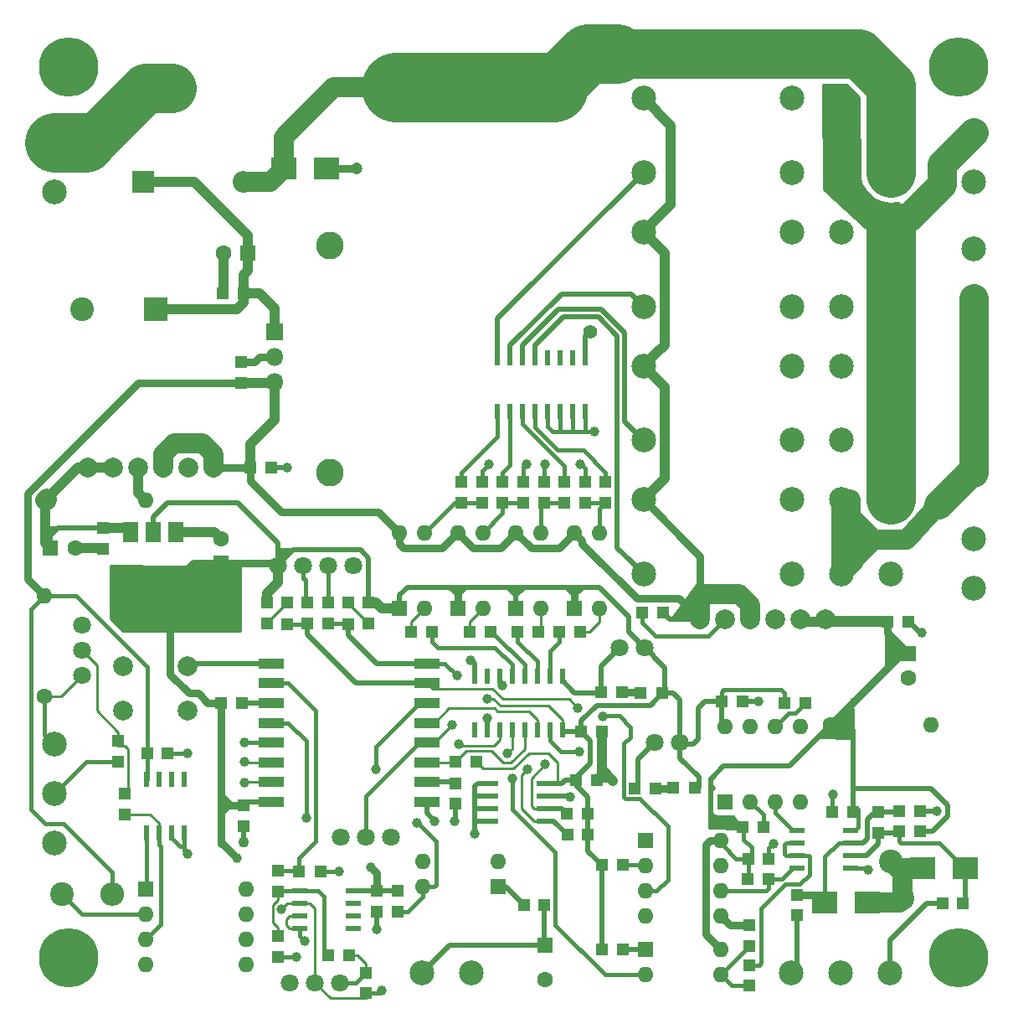
<source format=gbr>
%TF.GenerationSoftware,KiCad,Pcbnew,(5.1.10)-1*%
%TF.CreationDate,2022-03-13T22:52:12+08:00*%
%TF.ProjectId,interface,696e7465-7266-4616-9365-2e6b69636164,rev?*%
%TF.SameCoordinates,Original*%
%TF.FileFunction,Copper,L1,Top*%
%TF.FilePolarity,Positive*%
%FSLAX46Y46*%
G04 Gerber Fmt 4.6, Leading zero omitted, Abs format (unit mm)*
G04 Created by KiCad (PCBNEW (5.1.10)-1) date 2022-03-13 22:52:12*
%MOMM*%
%LPD*%
G01*
G04 APERTURE LIST*
%TA.AperFunction,ComponentPad*%
%ADD10C,2.000000*%
%TD*%
%TA.AperFunction,ComponentPad*%
%ADD11C,2.800000*%
%TD*%
%TA.AperFunction,SMDPad,CuDef*%
%ADD12R,0.600000X1.550000*%
%TD*%
%TA.AperFunction,ComponentPad*%
%ADD13R,1.600000X1.600000*%
%TD*%
%TA.AperFunction,ComponentPad*%
%ADD14O,1.600000X1.600000*%
%TD*%
%TA.AperFunction,SMDPad,CuDef*%
%ADD15R,1.200000X1.200000*%
%TD*%
%TA.AperFunction,SMDPad,CuDef*%
%ADD16R,2.500000X2.300000*%
%TD*%
%TA.AperFunction,SMDPad,CuDef*%
%ADD17R,1.550000X0.600000*%
%TD*%
%TA.AperFunction,ComponentPad*%
%ADD18C,2.500000*%
%TD*%
%TA.AperFunction,ComponentPad*%
%ADD19C,1.600000*%
%TD*%
%TA.AperFunction,SMDPad,CuDef*%
%ADD20R,2.600000X1.100000*%
%TD*%
%TA.AperFunction,SMDPad,CuDef*%
%ADD21R,0.600000X1.500000*%
%TD*%
%TA.AperFunction,SMDPad,CuDef*%
%ADD22R,3.800000X2.000000*%
%TD*%
%TA.AperFunction,SMDPad,CuDef*%
%ADD23R,1.500000X2.000000*%
%TD*%
%TA.AperFunction,ComponentPad*%
%ADD24R,1.800000X1.800000*%
%TD*%
%TA.AperFunction,ComponentPad*%
%ADD25O,1.800000X1.800000*%
%TD*%
%TA.AperFunction,ComponentPad*%
%ADD26C,2.400000*%
%TD*%
%TA.AperFunction,ComponentPad*%
%ADD27O,2.400000X2.400000*%
%TD*%
%TA.AperFunction,ComponentPad*%
%ADD28C,1.800000*%
%TD*%
%TA.AperFunction,ComponentPad*%
%ADD29O,4.000000X2.500000*%
%TD*%
%TA.AperFunction,ComponentPad*%
%ADD30R,2.200000X2.200000*%
%TD*%
%TA.AperFunction,ComponentPad*%
%ADD31O,2.200000X2.200000*%
%TD*%
%TA.AperFunction,ComponentPad*%
%ADD32R,2.400000X2.400000*%
%TD*%
%TA.AperFunction,ViaPad*%
%ADD33C,6.000000*%
%TD*%
%TA.AperFunction,ViaPad*%
%ADD34C,1.400000*%
%TD*%
%TA.AperFunction,ViaPad*%
%ADD35C,1.000000*%
%TD*%
%TA.AperFunction,ViaPad*%
%ADD36C,1.200000*%
%TD*%
%TA.AperFunction,ViaPad*%
%ADD37C,1.100000*%
%TD*%
%TA.AperFunction,ViaPad*%
%ADD38C,2.400000*%
%TD*%
%TA.AperFunction,Conductor*%
%ADD39C,0.762000*%
%TD*%
%TA.AperFunction,Conductor*%
%ADD40C,0.381000*%
%TD*%
%TA.AperFunction,Conductor*%
%ADD41C,1.000000*%
%TD*%
%TA.AperFunction,Conductor*%
%ADD42C,0.508000*%
%TD*%
%TA.AperFunction,Conductor*%
%ADD43C,2.000000*%
%TD*%
%TA.AperFunction,Conductor*%
%ADD44C,1.016000*%
%TD*%
%TA.AperFunction,Conductor*%
%ADD45C,0.254000*%
%TD*%
%TA.AperFunction,Conductor*%
%ADD46C,7.000000*%
%TD*%
%TA.AperFunction,Conductor*%
%ADD47C,6.000000*%
%TD*%
%TA.AperFunction,Conductor*%
%ADD48C,5.000000*%
%TD*%
%TA.AperFunction,Conductor*%
%ADD49C,3.000000*%
%TD*%
%TA.AperFunction,Conductor*%
%ADD50C,0.350000*%
%TD*%
%ADD51C,0.350000*%
G04 APERTURE END LIST*
D10*
%TO.P,U1,4*%
%TO.N,+5V*%
X9474000Y54496000D03*
%TO.P,U1,1*%
%TO.N,+24V*%
X14554000Y54496000D03*
%TO.P,U1,4*%
%TO.N,+5V*%
X6934000Y54496000D03*
%TO.P,U1,3*%
%TO.N,GNDS*%
X12014000Y54496000D03*
%TO.P,U1,2*%
%TO.N,GNDPWR*%
X17094000Y54496000D03*
%TO.P,U1,1*%
%TO.N,+24V*%
X19634000Y54496000D03*
%TD*%
%TO.P,U3,4*%
%TO.N,+5VD*%
X78998880Y39205200D03*
%TO.P,U3,1*%
%TO.N,+24V*%
X73918880Y39205200D03*
%TO.P,U3,4*%
%TO.N,+5VD*%
X81538880Y39205200D03*
%TO.P,U3,3*%
%TO.N,Earth*%
X76458880Y39205200D03*
%TO.P,U3,2*%
%TO.N,GNDPWR*%
X71378880Y39205200D03*
%TO.P,U3,1*%
%TO.N,+24V*%
X68838880Y39205200D03*
%TD*%
D11*
%TO.P,Ref\u002A\u002A,0*%
%TO.N,N/C*%
X31362542Y53974194D03*
X31362542Y76974194D03*
%TD*%
D12*
%TO.P,U14,1*%
%TO.N,Net-(U14-Pad1)*%
X12849560Y17582200D03*
%TO.P,U14,2*%
%TO.N,Net-(R29-Pad1)*%
X14119560Y17582200D03*
%TO.P,U14,3*%
%TO.N,GNDPWR*%
X15389560Y17582200D03*
%TO.P,U14,4*%
X16659560Y17582200D03*
%TO.P,U14,5*%
%TO.N,N/C*%
X16659560Y22982200D03*
%TO.P,U14,6*%
X15389560Y22982200D03*
%TO.P,U14,7*%
X14119560Y22982200D03*
%TO.P,U14,8*%
%TO.N,+24V*%
X12849560Y22982200D03*
%TD*%
D13*
%TO.P,U15,1*%
%TO.N,Net-(U14-Pad1)*%
X12786160Y11938880D03*
D14*
%TO.P,U15,5*%
%TO.N,GNDS*%
X22946160Y4318880D03*
%TO.P,U15,2*%
%TO.N,Net-(R28-Pad1)*%
X12786160Y9398880D03*
%TO.P,U15,6*%
%TO.N,Net-(JP3-Pad2)*%
X22946160Y6858880D03*
%TO.P,U15,3*%
%TO.N,Net-(R29-Pad1)*%
X12786160Y6858880D03*
%TO.P,U15,7*%
%TO.N,Net-(U15-Pad7)*%
X22946160Y9398880D03*
%TO.P,U15,4*%
%TO.N,GNDPWR*%
X12786160Y4318880D03*
%TO.P,U15,8*%
%TO.N,Net-(U15-Pad8)*%
X22946160Y11938880D03*
%TD*%
D15*
%TO.P,R33,1*%
%TO.N,Net-(R33-Pad1)*%
X73842680Y6164880D03*
%TO.P,R33,2*%
%TO.N,Earth*%
X73842680Y8264880D03*
%TD*%
%TO.P,R46,1*%
%TO.N,Net-(R33-Pad1)*%
X73842680Y2159880D03*
%TO.P,R46,2*%
%TO.N,Net-(R46-Pad2)*%
X73842680Y4259880D03*
%TD*%
%TO.P,F3,1*%
%TO.N,/A485*%
X93332680Y10482880D03*
%TO.P,F3,2*%
%TO.N,Net-(D9-Pad2)*%
X95432680Y10482880D03*
%TD*%
%TO.P,F2,1*%
%TO.N,/B485*%
X78668680Y9271880D03*
%TO.P,F2,2*%
%TO.N,Net-(D8-Pad1)*%
X78668680Y11371880D03*
%TD*%
%TO.P,R45,1*%
%TO.N,+3V3*%
X46211000Y24778000D03*
%TO.P,R45,2*%
%TO.N,Net-(R45-Pad2)*%
X44111000Y24778000D03*
%TD*%
D13*
%TO.P,U9,1*%
%TO.N,+3V3*%
X50222372Y40307560D03*
D14*
%TO.P,U9,3*%
%TO.N,Net-(R15-Pad1)*%
X52762372Y47927560D03*
%TO.P,U9,2*%
%TO.N,Net-(R17-Pad2)*%
X52762372Y40307560D03*
%TO.P,U9,4*%
%TO.N,+24V*%
X50222372Y47927560D03*
%TD*%
D16*
%TO.P,D9,1*%
%TO.N,Earth*%
X91368680Y14038880D03*
%TO.P,D9,2*%
%TO.N,Net-(D9-Pad2)*%
X95668680Y14038880D03*
%TD*%
D15*
%TO.P,C20,1*%
%TO.N,+5VD*%
X73698480Y15004080D03*
%TO.P,C20,2*%
%TO.N,Earth*%
X75798480Y15004080D03*
%TD*%
D17*
%TO.P,U19,1*%
%TO.N,Net-(U18-Pad3)*%
X78666160Y17864120D03*
%TO.P,U19,2*%
%TO.N,Net-(R46-Pad2)*%
X78666160Y16594120D03*
%TO.P,U19,3*%
X78666160Y15324120D03*
%TO.P,U19,4*%
%TO.N,Net-(R44-Pad2)*%
X78666160Y14054120D03*
%TO.P,U19,5*%
%TO.N,Earth*%
X84066160Y14054120D03*
%TO.P,U19,6*%
%TO.N,Net-(D9-Pad2)*%
X84066160Y15324120D03*
%TO.P,U19,7*%
%TO.N,Net-(D8-Pad1)*%
X84066160Y16594120D03*
%TO.P,U19,8*%
%TO.N,+5VD*%
X84066160Y17864120D03*
%TD*%
D18*
%TO.P,K4,5*%
%TO.N,/24VAC-master*%
X88103560Y43760040D03*
%TO.P,K4,6*%
%TO.N,/PGSW3*%
X83103560Y43760040D03*
%TO.P,K4,7*%
%TO.N,Net-(JP7-Pad1)*%
X78103560Y43760040D03*
%TO.P,K4,4*%
%TO.N,/24VAC-master*%
X88103560Y51260040D03*
%TO.P,K4,3*%
%TO.N,/PGSW3*%
X83103560Y51260040D03*
%TO.P,K4,2*%
%TO.N,Net-(JP7-Pad1)*%
X78103560Y51260040D03*
%TO.P,K4,8*%
%TO.N,Net-(K4-Pad8)*%
X63103560Y43760040D03*
%TO.P,K4,1*%
%TO.N,+24V*%
X63103560Y51260040D03*
%TD*%
D19*
%TO.P,R30,1*%
%TO.N,Net-(J9-Pad1)*%
X2519480Y31427720D03*
D14*
%TO.P,R30,2*%
%TO.N,+24V*%
X2519480Y41587720D03*
%TD*%
D16*
%TO.P,D8,1*%
%TO.N,Net-(D8-Pad1)*%
X81462680Y10609880D03*
%TO.P,D8,2*%
%TO.N,Earth*%
X85762680Y10609880D03*
%TD*%
%TO.P,D2,1*%
%TO.N,VAC*%
X26722000Y84722000D03*
%TO.P,D2,2*%
%TO.N,GNDPWR*%
X31022000Y84722000D03*
%TD*%
D13*
%TO.P,U20,1*%
%TO.N,Net-(U20-Pad1)*%
X63316920Y16832880D03*
D14*
%TO.P,U20,5*%
%TO.N,Earth*%
X70936920Y9212880D03*
%TO.P,U20,2*%
%TO.N,Net-(R43-Pad2)*%
X63316920Y14292880D03*
%TO.P,U20,6*%
%TO.N,Net-(R44-Pad2)*%
X70936920Y11752880D03*
%TO.P,U20,3*%
%TO.N,TXD*%
X63316920Y11752880D03*
%TO.P,U20,7*%
%TO.N,Net-(U20-Pad7)*%
X70936920Y14292880D03*
%TO.P,U20,4*%
%TO.N,Net-(U20-Pad4)*%
X63316920Y9212880D03*
%TO.P,U20,8*%
%TO.N,+5VD*%
X70936920Y16832880D03*
%TD*%
D13*
%TO.P,U18,1*%
%TO.N,Net-(U18-Pad1)*%
X71373800Y20749560D03*
D14*
%TO.P,U18,5*%
%TO.N,GNDS*%
X78993800Y28369560D03*
%TO.P,U18,2*%
%TO.N,Net-(R41-Pad1)*%
X73913800Y20749560D03*
%TO.P,U18,6*%
%TO.N,RXD*%
X76453800Y28369560D03*
%TO.P,U18,3*%
%TO.N,Net-(U18-Pad3)*%
X76453800Y20749560D03*
%TO.P,U18,7*%
%TO.N,Net-(U18-Pad7)*%
X73913800Y28369560D03*
%TO.P,U18,4*%
%TO.N,Net-(U18-Pad4)*%
X78993800Y20749560D03*
%TO.P,U18,8*%
%TO.N,+3V3*%
X71373800Y28369560D03*
%TD*%
D17*
%TO.P,U17,1*%
%TO.N,Net-(R34-Pad1)*%
X28369080Y11788440D03*
%TO.P,U17,2*%
%TO.N,Net-(JP3-Pad2)*%
X28369080Y10518440D03*
%TO.P,U17,3*%
%TO.N,GNDS*%
X28369080Y9248440D03*
%TO.P,U17,4*%
X28369080Y7978440D03*
%TO.P,U17,5*%
%TO.N,N/C*%
X33769080Y7978440D03*
%TO.P,U17,6*%
X33769080Y9248440D03*
%TO.P,U17,7*%
X33769080Y10518440D03*
%TO.P,U17,8*%
%TO.N,+3V3*%
X33769080Y11788440D03*
%TD*%
D13*
%TO.P,U16,1*%
%TO.N,Net-(R32-Pad2)*%
X63316920Y5804200D03*
D14*
%TO.P,U16,3*%
%TO.N,Net-(R33-Pad1)*%
X70936920Y3264200D03*
%TO.P,U16,2*%
%TO.N,RW*%
X63316920Y3264200D03*
%TO.P,U16,4*%
%TO.N,+5VD*%
X70936920Y5804200D03*
%TD*%
D17*
%TO.P,U13,1*%
%TO.N,GNDS*%
X47668000Y22619000D03*
%TO.P,U13,2*%
X47668000Y21349000D03*
%TO.P,U13,3*%
X47668000Y20079000D03*
%TO.P,U13,4*%
X47668000Y18809000D03*
%TO.P,U13,5*%
%TO.N,/SDA*%
X53068000Y18809000D03*
%TO.P,U13,6*%
%TO.N,/SCL*%
X53068000Y20079000D03*
%TO.P,U13,7*%
%TO.N,Net-(U11-Pad6)*%
X53068000Y21349000D03*
%TO.P,U13,8*%
%TO.N,+3V3*%
X53068000Y22619000D03*
%TD*%
D20*
%TO.P,U12,8*%
%TO.N,+3V3*%
X25485160Y20734560D03*
%TO.P,U12,9*%
%TO.N,GNDS*%
X41235160Y20734560D03*
%TO.P,U12,7*%
%TO.N,Net-(U11-Pad12)*%
X25485160Y22734560D03*
%TO.P,U12,10*%
%TO.N,Net-(R26-Pad2)*%
X41235160Y22734560D03*
%TO.P,U12,6*%
%TO.N,Net-(U11-Pad11)*%
X25485160Y24734560D03*
%TO.P,U12,11*%
%TO.N,Net-(R45-Pad2)*%
X41235160Y24734560D03*
%TO.P,U12,5*%
%TO.N,/SDA*%
X25485160Y26734560D03*
%TO.P,U12,12*%
%TO.N,/SCL*%
X41235160Y26734560D03*
%TO.P,U12,4*%
%TO.N,LIMIT*%
X25485160Y28734560D03*
%TO.P,U12,13*%
%TO.N,Net-(U11-Pad14)*%
X41235160Y28734560D03*
%TO.P,U12,3*%
%TO.N,Net-(R16-Pad2)*%
X25485160Y30734560D03*
%TO.P,U12,14*%
%TO.N,RW*%
X41235160Y30734560D03*
%TO.P,U12,2*%
%TO.N,POT*%
X25485160Y32734560D03*
%TO.P,U12,15*%
%TO.N,RXD*%
X41235160Y32734560D03*
%TO.P,U12,1*%
%TO.N,Net-(SW1-Pad2)*%
X25485160Y34734560D03*
%TO.P,U12,16*%
%TO.N,TXD*%
X41235160Y34734560D03*
%TD*%
D21*
%TO.P,U11,1*%
%TO.N,Net-(J5-Pad2)*%
X54895000Y33450000D03*
%TO.P,U11,2*%
%TO.N,Net-(R22-Pad1)*%
X53625000Y33450000D03*
%TO.P,U11,3*%
%TO.N,Net-(R17-Pad1)*%
X52355000Y33450000D03*
%TO.P,U11,4*%
%TO.N,Net-(R11-Pad1)*%
X51085000Y33450000D03*
%TO.P,U11,5*%
%TO.N,Net-(R6-Pad1)*%
X49815000Y33450000D03*
%TO.P,U11,6*%
%TO.N,Net-(U11-Pad6)*%
X48545000Y33450000D03*
%TO.P,U11,7*%
%TO.N,Net-(U11-Pad7)*%
X47275000Y33450000D03*
%TO.P,U11,8*%
%TO.N,GNDS*%
X46005000Y33450000D03*
%TO.P,U11,9*%
%TO.N,Net-(U11-Pad9)*%
X46005000Y28050000D03*
%TO.P,U11,10*%
%TO.N,+3V3*%
X47275000Y28050000D03*
%TO.P,U11,11*%
%TO.N,Net-(U11-Pad11)*%
X48545000Y28050000D03*
%TO.P,U11,12*%
%TO.N,Net-(U11-Pad12)*%
X49815000Y28050000D03*
%TO.P,U11,13*%
%TO.N,Net-(R45-Pad2)*%
X51085000Y28050000D03*
%TO.P,U11,14*%
%TO.N,Net-(U11-Pad14)*%
X52355000Y28050000D03*
%TO.P,U11,15*%
%TO.N,Net-(J7-Pad2)*%
X53625000Y28050000D03*
%TO.P,U11,16*%
%TO.N,+3V3*%
X54895000Y28050000D03*
%TD*%
D13*
%TO.P,U10,1*%
%TO.N,+3V3*%
X56118560Y40307560D03*
D14*
%TO.P,U10,3*%
%TO.N,Net-(R21-Pad1)*%
X58658560Y47927560D03*
%TO.P,U10,2*%
%TO.N,Net-(R22-Pad2)*%
X58658560Y40307560D03*
%TO.P,U10,4*%
%TO.N,+24V*%
X56118560Y47927560D03*
%TD*%
D13*
%TO.P,U8,1*%
%TO.N,+3V3*%
X44326186Y40307560D03*
D14*
%TO.P,U8,3*%
%TO.N,Net-(R12-Pad2)*%
X46866186Y47927560D03*
%TO.P,U8,2*%
%TO.N,Net-(R11-Pad2)*%
X46866186Y40307560D03*
%TO.P,U8,4*%
%TO.N,+24V*%
X44326186Y47927560D03*
%TD*%
D13*
%TO.P,U7,1*%
%TO.N,Net-(R5-Pad2)*%
X48391880Y12144040D03*
D14*
%TO.P,U7,3*%
%TO.N,GNDS*%
X40771880Y14684040D03*
%TO.P,U7,2*%
%TO.N,GNDPWR*%
X48391880Y14684040D03*
%TO.P,U7,4*%
%TO.N,LIMIT*%
X40771880Y12144040D03*
%TD*%
D13*
%TO.P,U6,1*%
%TO.N,+3V3*%
X38430000Y40307560D03*
D14*
%TO.P,U6,3*%
%TO.N,Net-(R4-Pad1)*%
X40970000Y47927560D03*
%TO.P,U6,2*%
%TO.N,Net-(R6-Pad2)*%
X40970000Y40307560D03*
%TO.P,U6,4*%
%TO.N,+24V*%
X38430000Y47927560D03*
%TD*%
D22*
%TO.P,U5,2*%
%TO.N,+3V3*%
X13538000Y41694000D03*
D23*
X13538000Y47994000D03*
%TO.P,U5,3*%
%TO.N,+5V*%
X11238000Y47994000D03*
%TO.P,U5,1*%
%TO.N,GNDS*%
X15838000Y47994000D03*
%TD*%
D21*
%TO.P,U4,1*%
%TO.N,Net-(R4-Pad2)*%
X48341080Y60178000D03*
%TO.P,U4,2*%
%TO.N,Net-(R9-Pad2)*%
X49611080Y60178000D03*
%TO.P,U4,3*%
%TO.N,Net-(R15-Pad2)*%
X50881080Y60178000D03*
%TO.P,U4,4*%
%TO.N,Net-(R21-Pad2)*%
X52151080Y60178000D03*
%TO.P,U4,5*%
%TO.N,GNDPWR*%
X53421080Y60178000D03*
%TO.P,U4,6*%
X54691080Y60178000D03*
%TO.P,U4,7*%
X55961080Y60178000D03*
%TO.P,U4,8*%
X57231080Y60178000D03*
%TO.P,U4,9*%
%TO.N,+24V*%
X57231080Y65578000D03*
%TO.P,U4,10*%
%TO.N,Net-(U4-Pad10)*%
X55961080Y65578000D03*
%TO.P,U4,11*%
%TO.N,Net-(U4-Pad11)*%
X54691080Y65578000D03*
%TO.P,U4,12*%
%TO.N,Net-(U4-Pad12)*%
X53421080Y65578000D03*
%TO.P,U4,13*%
%TO.N,Net-(K4-Pad8)*%
X52151080Y65578000D03*
%TO.P,U4,14*%
%TO.N,Net-(K3-Pad8)*%
X50881080Y65578000D03*
%TO.P,U4,15*%
%TO.N,Net-(K2-Pad8)*%
X49611080Y65578000D03*
%TO.P,U4,16*%
%TO.N,Net-(K1-Pad8)*%
X48341080Y65578000D03*
%TD*%
D24*
%TO.P,U2,1*%
%TO.N,Net-(C4-Pad1)*%
X25814542Y68268194D03*
D25*
%TO.P,U2,2*%
%TO.N,GNDPWR*%
X25814542Y65728194D03*
%TO.P,U2,3*%
%TO.N,+24V*%
X25814542Y63188194D03*
%TD*%
D10*
%TO.P,SW1,2*%
%TO.N,Net-(SW1-Pad2)*%
X17020480Y34459600D03*
%TO.P,SW1,1*%
%TO.N,GNDS*%
X17020480Y29959600D03*
%TO.P,SW1,2*%
%TO.N,Net-(SW1-Pad2)*%
X10520480Y34459600D03*
%TO.P,SW1,1*%
%TO.N,GNDS*%
X10520480Y29959600D03*
%TD*%
D15*
%TO.P,R44,1*%
%TO.N,+5VD*%
X73673800Y12962400D03*
%TO.P,R44,2*%
%TO.N,Net-(R44-Pad2)*%
X75773800Y12962400D03*
%TD*%
%TO.P,R43,1*%
%TO.N,+3V3*%
X58909040Y14343680D03*
%TO.P,R43,2*%
%TO.N,Net-(R43-Pad2)*%
X61009040Y14343680D03*
%TD*%
%TO.P,R42,1*%
%TO.N,+5VD*%
X91072480Y17734580D03*
%TO.P,R42,2*%
%TO.N,Net-(D9-Pad2)*%
X88972480Y17734580D03*
%TD*%
%TO.P,R41,1*%
%TO.N,Net-(R41-Pad1)*%
X75231480Y18179080D03*
%TO.P,R41,2*%
%TO.N,+5VD*%
X73131480Y18179080D03*
%TD*%
%TO.P,R40,1*%
%TO.N,Net-(D9-Pad2)*%
X86847480Y17607580D03*
%TO.P,R40,2*%
%TO.N,Net-(D8-Pad1)*%
X86847480Y19707580D03*
%TD*%
%TO.P,R39,1*%
%TO.N,+3V3*%
X77381480Y30752080D03*
%TO.P,R39,2*%
%TO.N,RXD*%
X79481480Y30752080D03*
%TD*%
%TO.P,R38,1*%
%TO.N,Net-(JP3-Pad3)*%
X35031480Y3499840D03*
%TO.P,R38,2*%
%TO.N,Net-(JP3-Pad2)*%
X35031480Y1399840D03*
%TD*%
%TO.P,R37,1*%
%TO.N,Net-(R34-Pad1)*%
X31201160Y5230160D03*
%TO.P,R37,2*%
%TO.N,Net-(JP3-Pad3)*%
X33301160Y5230160D03*
%TD*%
%TO.P,R36,1*%
%TO.N,GNDS*%
X26121160Y5080880D03*
%TO.P,R36,2*%
%TO.N,Net-(R34-Pad1)*%
X26121160Y7180880D03*
%TD*%
%TO.P,R35,1*%
%TO.N,Net-(D8-Pad1)*%
X88942980Y19830080D03*
%TO.P,R35,2*%
%TO.N,Earth*%
X91042980Y19830080D03*
%TD*%
%TO.P,R34,1*%
%TO.N,Net-(R34-Pad1)*%
X26121160Y11684880D03*
%TO.P,R34,2*%
%TO.N,POT*%
X26121160Y13784880D03*
%TD*%
%TO.P,R32,1*%
%TO.N,+3V3*%
X58909040Y5794040D03*
%TO.P,R32,2*%
%TO.N,Net-(R32-Pad2)*%
X61009040Y5794040D03*
%TD*%
%TO.P,R31,1*%
%TO.N,Net-(J9-Pad2)*%
X9987080Y24833880D03*
%TO.P,R31,2*%
%TO.N,Net-(JP2-Pad2)*%
X9987080Y26933880D03*
%TD*%
%TO.P,R29,1*%
%TO.N,Net-(R29-Pad1)*%
X10617000Y19503000D03*
%TO.P,R29,2*%
%TO.N,Net-(JP2-Pad2)*%
X10617000Y21603000D03*
%TD*%
D26*
%TO.P,R28,1*%
%TO.N,Net-(R28-Pad1)*%
X4277160Y11430880D03*
D27*
%TO.P,R28,2*%
%TO.N,+24V*%
X9357160Y11430880D03*
%TD*%
D15*
%TO.P,R26,1*%
%TO.N,GNDS*%
X44104360Y20526040D03*
%TO.P,R26,2*%
%TO.N,Net-(R26-Pad2)*%
X44104360Y22626040D03*
%TD*%
%TO.P,R25,1*%
%TO.N,/SDA*%
X55410480Y17406920D03*
%TO.P,R25,2*%
%TO.N,+3V3*%
X57510480Y17406920D03*
%TD*%
%TO.P,R24,1*%
%TO.N,/SCL*%
X55380000Y19530360D03*
%TO.P,R24,2*%
%TO.N,+3V3*%
X57480000Y19530360D03*
%TD*%
%TO.P,R23,1*%
%TO.N,GNDPWR*%
X57183906Y53036480D03*
%TO.P,R23,2*%
%TO.N,Net-(R21-Pad1)*%
X57183906Y50936480D03*
%TD*%
%TO.P,R22,1*%
%TO.N,Net-(R22-Pad1)*%
X54619960Y37914880D03*
%TO.P,R22,2*%
%TO.N,Net-(R22-Pad2)*%
X56719960Y37914880D03*
%TD*%
%TO.P,R21,1*%
%TO.N,Net-(R21-Pad1)*%
X59263080Y50936480D03*
%TO.P,R21,2*%
%TO.N,Net-(R21-Pad2)*%
X59263080Y53036480D03*
%TD*%
%TO.P,R20,1*%
%TO.N,GNDPWR*%
X53025564Y53036480D03*
%TO.P,R20,2*%
%TO.N,Net-(R15-Pad1)*%
X53025564Y50936480D03*
%TD*%
%TO.P,R19,1*%
%TO.N,TXD*%
X31233160Y38769880D03*
%TO.P,R19,2*%
%TO.N,Net-(J8-Pad3)*%
X31233160Y40869880D03*
%TD*%
%TO.P,R18,1*%
%TO.N,RXD*%
X29106680Y38769880D03*
%TO.P,R18,2*%
%TO.N,Net-(J8-Pad2)*%
X29106680Y40869880D03*
%TD*%
%TO.P,R17,1*%
%TO.N,Net-(R17-Pad1)*%
X50376200Y37914880D03*
%TO.P,R17,2*%
%TO.N,Net-(R17-Pad2)*%
X52476200Y37914880D03*
%TD*%
%TO.P,R16,1*%
%TO.N,+3V3*%
X20419440Y30721600D03*
%TO.P,R16,2*%
%TO.N,Net-(R16-Pad2)*%
X22519440Y30721600D03*
%TD*%
%TO.P,R15,1*%
%TO.N,Net-(R15-Pad1)*%
X55104735Y50936480D03*
%TO.P,R15,2*%
%TO.N,Net-(R15-Pad2)*%
X55104735Y53036480D03*
%TD*%
%TO.P,R14,1*%
%TO.N,Net-(D6-Pad2)*%
X35326120Y38769880D03*
%TO.P,R14,2*%
%TO.N,+3V3*%
X35326120Y40869880D03*
%TD*%
%TO.P,R13,1*%
%TO.N,Net-(D5-Pad2)*%
X25013720Y38769880D03*
%TO.P,R13,2*%
%TO.N,+3V3*%
X25013720Y40869880D03*
%TD*%
%TO.P,R12,1*%
%TO.N,GNDPWR*%
X50946393Y53036480D03*
%TO.P,R12,2*%
%TO.N,Net-(R12-Pad2)*%
X50946393Y50936480D03*
%TD*%
%TO.P,R11,1*%
%TO.N,Net-(R11-Pad1)*%
X47624800Y37914880D03*
%TO.P,R11,2*%
%TO.N,Net-(R11-Pad2)*%
X45524800Y37914880D03*
%TD*%
%TO.P,R10,1*%
%TO.N,Net-(J7-Pad2)*%
X62209480Y22126240D03*
%TO.P,R10,2*%
%TO.N,Net-(D4-Pad1)*%
X64309480Y22126240D03*
%TD*%
%TO.P,R9,1*%
%TO.N,Net-(R12-Pad2)*%
X48867222Y50936480D03*
%TO.P,R9,2*%
%TO.N,Net-(R9-Pad2)*%
X48867222Y53036480D03*
%TD*%
%TO.P,R8,1*%
%TO.N,Net-(J5-Pad2)*%
X58834400Y31798560D03*
%TO.P,R8,2*%
%TO.N,Net-(D3-Pad1)*%
X60934400Y31798560D03*
%TD*%
%TO.P,R7,1*%
%TO.N,GNDPWR*%
X46788051Y53036480D03*
%TO.P,R7,2*%
%TO.N,Net-(R4-Pad1)*%
X46788051Y50936480D03*
%TD*%
%TO.P,R6,1*%
%TO.N,Net-(R6-Pad1)*%
X41710120Y37914880D03*
%TO.P,R6,2*%
%TO.N,Net-(R6-Pad2)*%
X39610120Y37914880D03*
%TD*%
%TO.P,R5,1*%
%TO.N,Net-(C12-Pad1)*%
X53100000Y10300000D03*
%TO.P,R5,2*%
%TO.N,Net-(R5-Pad2)*%
X51000000Y10300000D03*
%TD*%
%TO.P,R4,1*%
%TO.N,Net-(R4-Pad1)*%
X44708880Y50936480D03*
%TO.P,R4,2*%
%TO.N,Net-(R4-Pad2)*%
X44708880Y53036480D03*
%TD*%
%TO.P,R3,1*%
%TO.N,LIMIT*%
X38277600Y9625920D03*
%TO.P,R3,2*%
%TO.N,+3V3*%
X38277600Y11725920D03*
%TD*%
D19*
%TO.P,R2,1*%
%TO.N,+5VD*%
X81980840Y28521960D03*
D14*
%TO.P,R2,2*%
%TO.N,Earth*%
X92140840Y28521960D03*
%TD*%
D19*
%TO.P,R1,1*%
%TO.N,+5V*%
X2616000Y51194000D03*
D14*
%TO.P,R1,2*%
%TO.N,GNDS*%
X12776000Y51194000D03*
%TD*%
D18*
%TO.P,K3,5*%
%TO.N,/24VAC-master*%
X88103560Y57287028D03*
%TO.P,K3,6*%
%TO.N,/PGSW2*%
X83103560Y57287028D03*
%TO.P,K3,7*%
%TO.N,Net-(JP6-Pad1)*%
X78103560Y57287028D03*
%TO.P,K3,4*%
%TO.N,/24VAC-master*%
X88103560Y64787028D03*
%TO.P,K3,3*%
%TO.N,/PGSW2*%
X83103560Y64787028D03*
%TO.P,K3,2*%
%TO.N,Net-(JP6-Pad1)*%
X78103560Y64787028D03*
%TO.P,K3,8*%
%TO.N,Net-(K3-Pad8)*%
X63103560Y57287028D03*
%TO.P,K3,1*%
%TO.N,+24V*%
X63103560Y64787028D03*
%TD*%
%TO.P,K2,5*%
%TO.N,/24VAC-master*%
X88103560Y70814014D03*
%TO.P,K2,6*%
%TO.N,/PGSW1*%
X83103560Y70814014D03*
%TO.P,K2,7*%
%TO.N,Net-(JP5-Pad1)*%
X78103560Y70814014D03*
%TO.P,K2,4*%
%TO.N,/24VAC-master*%
X88103560Y78314014D03*
%TO.P,K2,3*%
%TO.N,/PGSW1*%
X83103560Y78314014D03*
%TO.P,K2,2*%
%TO.N,Net-(JP5-Pad1)*%
X78103560Y78314014D03*
%TO.P,K2,8*%
%TO.N,Net-(K2-Pad8)*%
X63103560Y70814014D03*
%TO.P,K2,1*%
%TO.N,+24V*%
X63103560Y78314014D03*
%TD*%
%TO.P,K1,5*%
%TO.N,VAC*%
X88103560Y84341000D03*
%TO.P,K1,6*%
%TO.N,/24VAC-master*%
X83103560Y84341000D03*
%TO.P,K1,7*%
%TO.N,Net-(JP4-Pad1)*%
X78103560Y84341000D03*
%TO.P,K1,4*%
%TO.N,VAC*%
X88103560Y91841000D03*
%TO.P,K1,3*%
%TO.N,/24VAC-master*%
X83103560Y91841000D03*
%TO.P,K1,2*%
%TO.N,Net-(JP4-Pad1)*%
X78103560Y91841000D03*
%TO.P,K1,8*%
%TO.N,Net-(K1-Pad8)*%
X63103560Y84341000D03*
%TO.P,K1,1*%
%TO.N,+24V*%
X63103560Y91841000D03*
%TD*%
D28*
%TO.P,JP3,3*%
%TO.N,Net-(JP3-Pad3)*%
X32440680Y2476800D03*
%TO.P,JP3,2*%
%TO.N,Net-(JP3-Pad2)*%
X29900680Y2476800D03*
%TO.P,JP3,1*%
%TO.N,Net-(JP3-Pad1)*%
X27360680Y2476800D03*
%TD*%
%TO.P,JP2,3*%
%TO.N,Net-(JP2-Pad3)*%
X6309160Y38608880D03*
%TO.P,JP2,2*%
%TO.N,Net-(JP2-Pad2)*%
X6309160Y36068880D03*
%TO.P,JP2,1*%
%TO.N,Net-(J9-Pad1)*%
X6309160Y33528880D03*
%TD*%
%TO.P,JP1,3*%
%TO.N,GNDS*%
X32521960Y17188480D03*
%TO.P,JP1,2*%
%TO.N,/SCL*%
X35061960Y17188480D03*
%TO.P,JP1,1*%
%TO.N,Net-(JP1-Pad1)*%
X37601960Y17188480D03*
%TD*%
D18*
%TO.P,J10,3*%
%TO.N,/A485*%
X88033680Y3497880D03*
%TO.P,J10,2*%
%TO.N,Earth*%
X83033680Y3497880D03*
%TO.P,J10,1*%
%TO.N,/B485*%
X78033680Y3497880D03*
%TD*%
%TO.P,J9,3*%
%TO.N,GNDPWR*%
X3499920Y16568720D03*
%TO.P,J9,2*%
%TO.N,Net-(J9-Pad2)*%
X3499920Y21568720D03*
%TO.P,J9,1*%
%TO.N,Net-(J9-Pad1)*%
X3499920Y26568720D03*
%TD*%
D28*
%TO.P,J8,4*%
%TO.N,GNDS*%
X33751320Y44645880D03*
%TO.P,J8,3*%
%TO.N,Net-(J8-Pad3)*%
X31211320Y44645880D03*
%TO.P,J8,1*%
%TO.N,+3V3*%
X26131320Y44645880D03*
%TO.P,J8,2*%
%TO.N,Net-(J8-Pad2)*%
X28671320Y44645880D03*
%TD*%
%TO.P,J7,2*%
%TO.N,Net-(J7-Pad2)*%
X64282120Y26759200D03*
%TO.P,J7,1*%
%TO.N,+3V3*%
X66822120Y26759200D03*
%TD*%
D18*
%TO.P,J6,2*%
%TO.N,GNDPWR*%
X96535040Y47338280D03*
%TO.P,J6,1*%
X96535040Y42338280D03*
%TD*%
D28*
%TO.P,J5,2*%
%TO.N,Net-(J5-Pad2)*%
X60685480Y36340080D03*
%TO.P,J5,1*%
%TO.N,+3V3*%
X63225480Y36340080D03*
%TD*%
D18*
%TO.P,J4,2*%
%TO.N,GNDPWR*%
X45704560Y3492800D03*
%TO.P,J4,1*%
%TO.N,Net-(C12-Pad1)*%
X40704560Y3492800D03*
%TD*%
%TO.P,J3,2*%
%TO.N,/PGSW2*%
X96535040Y76639720D03*
%TO.P,J3,1*%
%TO.N,/PGSW3*%
X96535040Y71639720D03*
%TD*%
%TO.P,J2,2*%
%TO.N,/24VAC-master*%
X96535040Y88406280D03*
%TO.P,J2,1*%
%TO.N,/PGSW1*%
X96535040Y83406280D03*
%TD*%
%TO.P,J1,2*%
%TO.N,GNDPWR*%
X3499920Y82349640D03*
%TO.P,J1,1*%
%TO.N,Net-(F1-Pad2)*%
X3499920Y87349640D03*
%TD*%
D29*
%TO.P,F1,2*%
%TO.N,Net-(F1-Pad2)*%
X15449000Y92913500D03*
%TO.P,F1,1*%
%TO.N,VAC*%
X38049000Y92913500D03*
%TD*%
D15*
%TO.P,D7,2*%
%TO.N,POT*%
X28229360Y13723920D03*
%TO.P,D7,1*%
%TO.N,GNDS*%
X30429360Y13723920D03*
%TD*%
%TO.P,D6,2*%
%TO.N,Net-(D6-Pad2)*%
X33279640Y40869880D03*
%TO.P,D6,1*%
%TO.N,TXD*%
X33279640Y38669880D03*
%TD*%
%TO.P,D5,2*%
%TO.N,Net-(D5-Pad2)*%
X27060200Y40869880D03*
%TO.P,D5,1*%
%TO.N,RXD*%
X27060200Y38669880D03*
%TD*%
%TO.P,D4,2*%
%TO.N,+3V3*%
X68346480Y22151640D03*
%TO.P,D4,1*%
%TO.N,Net-(D4-Pad1)*%
X66146480Y22151640D03*
%TD*%
%TO.P,D3,2*%
%TO.N,+3V3*%
X65029240Y31742680D03*
%TO.P,D3,1*%
%TO.N,Net-(D3-Pad1)*%
X62829240Y31742680D03*
%TD*%
D30*
%TO.P,D1,1*%
%TO.N,Net-(C4-Pad1)*%
X12522000Y83388500D03*
D31*
%TO.P,D1,2*%
%TO.N,VAC*%
X22682000Y83388500D03*
%TD*%
D15*
%TO.P,C19,1*%
%TO.N,GNDS*%
X73131480Y30879080D03*
%TO.P,C19,2*%
%TO.N,+3V3*%
X71031480Y30879080D03*
%TD*%
%TO.P,C18,1*%
%TO.N,+5VD*%
X84322720Y19728480D03*
%TO.P,C18,2*%
%TO.N,Earth*%
X82222720Y19728480D03*
%TD*%
%TO.P,C17,1*%
%TO.N,+3V3*%
X36093200Y11719280D03*
%TO.P,C17,2*%
%TO.N,GNDS*%
X36093200Y9619280D03*
%TD*%
%TO.P,C16,1*%
%TO.N,+24V*%
X12904560Y25677160D03*
%TO.P,C16,2*%
%TO.N,GNDPWR*%
X15004560Y25677160D03*
%TD*%
%TO.P,C15,1*%
%TO.N,GNDS*%
X58391280Y22928880D03*
%TO.P,C15,2*%
%TO.N,+3V3*%
X56291280Y22928880D03*
%TD*%
%TO.P,C14,1*%
%TO.N,+3V3*%
X22692160Y20383800D03*
%TO.P,C14,2*%
%TO.N,GNDS*%
X22692160Y18283800D03*
%TD*%
%TO.P,C13,1*%
%TO.N,GNDS*%
X58907480Y27831080D03*
%TO.P,C13,2*%
%TO.N,+3V3*%
X56807480Y27831080D03*
%TD*%
D13*
%TO.P,C12,1*%
%TO.N,Net-(C12-Pad1)*%
X53116280Y6266480D03*
D19*
%TO.P,C12,2*%
%TO.N,GNDPWR*%
X53116280Y2766480D03*
%TD*%
D13*
%TO.P,C11,1*%
%TO.N,+3V3*%
X20396000Y44844000D03*
D19*
%TO.P,C11,2*%
%TO.N,GNDS*%
X20396000Y47344000D03*
%TD*%
D15*
%TO.P,C10,1*%
%TO.N,+5VD*%
X87814240Y38961360D03*
%TO.P,C10,2*%
%TO.N,Earth*%
X89914240Y38961360D03*
%TD*%
D13*
%TO.P,C9,1*%
%TO.N,+5VD*%
X89880240Y35735560D03*
D19*
%TO.P,C9,2*%
%TO.N,Earth*%
X89880240Y33235560D03*
%TD*%
D15*
%TO.P,C8,1*%
%TO.N,+24V*%
X65103520Y39840200D03*
%TO.P,C8,2*%
%TO.N,GNDPWR*%
X63003520Y39840200D03*
%TD*%
%TO.P,C7,1*%
%TO.N,+24V*%
X22428000Y63068500D03*
%TO.P,C7,2*%
%TO.N,GNDPWR*%
X22428000Y65168500D03*
%TD*%
%TO.P,C6,1*%
%TO.N,Net-(C4-Pad1)*%
X22686500Y72149000D03*
%TO.P,C6,2*%
%TO.N,GNDPWR*%
X20586500Y72149000D03*
%TD*%
D13*
%TO.P,C5,1*%
%TO.N,Net-(C4-Pad1)*%
X23098560Y76177440D03*
D19*
%TO.P,C5,2*%
%TO.N,GNDPWR*%
X20598560Y76177440D03*
%TD*%
D32*
%TO.P,C4,1*%
%TO.N,Net-(C4-Pad1)*%
X13792000Y70498000D03*
D26*
%TO.P,C4,2*%
%TO.N,GNDPWR*%
X6292000Y70498000D03*
%TD*%
D15*
%TO.P,C3,1*%
%TO.N,+5V*%
X8458000Y48434000D03*
%TO.P,C3,2*%
%TO.N,GNDS*%
X8458000Y46334000D03*
%TD*%
D13*
%TO.P,C2,1*%
%TO.N,+5V*%
X3124000Y46368000D03*
D19*
%TO.P,C2,2*%
%TO.N,GNDS*%
X5624000Y46368000D03*
%TD*%
D15*
%TO.P,C1,1*%
%TO.N,+24V*%
X23376000Y54496000D03*
%TO.P,C1,2*%
%TO.N,GNDPWR*%
X25476000Y54496000D03*
%TD*%
D33*
%TO.N,*%
X95000000Y5000000D03*
D34*
%TO.N,+24V*%
X57734000Y68212000D03*
D33*
%TO.N,GNDPWR*%
X5000000Y95000000D03*
X95000000Y95000000D03*
X5000000Y5000000D03*
D35*
X17030500Y25667000D03*
X47447000Y54877000D03*
X51257000Y54877000D03*
X53162000Y54877000D03*
X56713312Y54872312D03*
X58115000Y58179000D03*
D36*
X34112000Y84722000D03*
D35*
X27101600Y54546800D03*
X16977160Y15494880D03*
D37*
%TO.N,GNDS*%
X22671840Y16675400D03*
D35*
X32334000Y13729000D03*
X36144000Y7887000D03*
X60050480Y22878080D03*
X42016480Y18814080D03*
X44048480Y18814080D03*
X46080480Y17544080D03*
X74782480Y30879080D03*
X45648680Y35019280D03*
X28884680Y6672874D03*
X28026160Y5080880D03*
%TO.N,Earth*%
X82275480Y21481080D03*
X76230982Y16487281D03*
X85831480Y13861080D03*
X92752980Y19830080D03*
D38*
X88117480Y14750080D03*
D35*
X91216280Y37813280D03*
D38*
X89336696Y10990880D03*
D35*
%TO.N,+3V3*%
X35539480Y14115080D03*
X22026680Y15054880D03*
X47282252Y31183989D03*
X47300104Y29167978D03*
%TO.N,TXD*%
X59009800Y29339467D03*
X44227000Y33485600D03*
%TO.N,RXD*%
X56483733Y30220467D03*
%TO.N,Net-(J7-Pad2)*%
X56591000Y25794000D03*
%TO.N,/SCL*%
X43739163Y28549167D03*
X53161998Y24524000D03*
%TO.N,LIMIT*%
X40162280Y18610880D03*
X29006980Y19110879D03*
%TO.N,/SDA*%
X22737880Y26738880D03*
X51377274Y24022707D03*
%TO.N,Net-(U11-Pad6)*%
X55732480Y21227080D03*
X48796499Y32471329D03*
%TO.N,Net-(U11-Pad11)*%
X22738600Y24798800D03*
X44398994Y26556000D03*
%TO.N,Net-(U11-Pad12)*%
X22738600Y22716000D03*
X49337929Y25610827D03*
%TO.N,RW*%
X36048200Y24036800D03*
X49840782Y23086805D03*
%TO.N,Net-(JP3-Pad2)*%
X36662160Y1651880D03*
X26502160Y9906880D03*
%TD*%
D39*
%TO.N,+24V*%
X19634000Y54496000D02*
X23376000Y54496000D01*
D40*
X12904560Y23037200D02*
X12849560Y22982200D01*
X12904560Y25677160D02*
X12904560Y23037200D01*
D41*
X25694848Y63068500D02*
X25814542Y63188194D01*
X22428000Y63068500D02*
X25694848Y63068500D01*
X25814542Y59347542D02*
X23376000Y56909000D01*
X25814542Y63188194D02*
X25814542Y59347542D01*
X23376000Y56909000D02*
X23376000Y54496000D01*
D39*
X23376000Y53134000D02*
X26459000Y50051000D01*
X23376000Y54496000D02*
X23376000Y53134000D01*
X36306560Y50051000D02*
X38430000Y47927560D01*
X26459000Y50051000D02*
X36306560Y50051000D01*
D42*
X57231080Y67836080D02*
X57231080Y65578000D01*
X57734000Y68212000D02*
X57231080Y67836080D01*
D41*
X64353559Y79564013D02*
X63103560Y78314014D01*
X65862000Y81072454D02*
X64353559Y79564013D01*
X65862000Y89082560D02*
X65862000Y81072454D01*
X63103560Y91841000D02*
X65862000Y89082560D01*
X64353559Y66037027D02*
X63103560Y64787028D01*
X65234561Y66918029D02*
X64353559Y66037027D01*
X65234561Y76183013D02*
X65234561Y66918029D01*
X63103560Y78314014D02*
X65234561Y76183013D01*
X64353559Y52510039D02*
X63103560Y51260040D01*
X65234561Y53391041D02*
X64353559Y52510039D01*
X65234561Y62656027D02*
X65234561Y53391041D01*
X63103560Y64787028D02*
X65234561Y62656027D01*
D42*
X65738520Y39205200D02*
X65103520Y39840200D01*
X68838880Y39205200D02*
X65738520Y39205200D01*
D39*
X68838880Y45524720D02*
X68838880Y39205200D01*
X63103560Y51260040D02*
X68838880Y45524720D01*
X67838881Y40205199D02*
X68838880Y39205200D01*
X66714879Y41329201D02*
X67838881Y40205199D01*
X62431653Y41329201D02*
X66714879Y41329201D01*
X56918559Y46842295D02*
X62431653Y41329201D01*
X56918559Y47127561D02*
X56918559Y46842295D01*
X56118560Y47927560D02*
X56918559Y47127561D01*
X43526187Y47127561D02*
X44326186Y47927560D01*
X42764185Y46365559D02*
X43526187Y47127561D01*
X38860631Y46365559D02*
X42764185Y46365559D01*
X38430000Y46796190D02*
X38860631Y46365559D01*
X38430000Y47927560D02*
X38430000Y46796190D01*
X49422373Y47127561D02*
X50222372Y47927560D01*
X48660371Y46365559D02*
X49422373Y47127561D01*
X45888187Y46365559D02*
X48660371Y46365559D01*
X44326186Y47927560D02*
X45888187Y46365559D01*
X55318561Y47127561D02*
X56118560Y47927560D01*
X54556559Y46365559D02*
X55318561Y47127561D01*
X51784373Y46365559D02*
X54556559Y46365559D01*
X50222372Y47927560D02*
X51784373Y46365559D01*
D40*
X12904560Y26658160D02*
X12904560Y25677160D01*
X12904560Y34401342D02*
X12904560Y26658160D01*
X5718182Y41587720D02*
X12904560Y34401342D01*
X2519480Y41587720D02*
X5718182Y41587720D01*
X9357160Y13127936D02*
X9357160Y11430880D01*
X9357160Y13595262D02*
X9357160Y13127936D01*
X4435201Y18517221D02*
X9357160Y13595262D01*
X2564639Y18517221D02*
X4435201Y18517221D01*
X1147979Y19933881D02*
X2564639Y18517221D01*
X1147979Y40216219D02*
X1147979Y19933881D01*
X2519480Y41587720D02*
X1147979Y40216219D01*
D43*
X68838880Y40619413D02*
X68838880Y39205200D01*
X68954481Y41713201D02*
X68880160Y41638880D01*
X68880160Y41638880D02*
X68838880Y40619413D01*
X72825092Y41713201D02*
X68954481Y41713201D01*
X73918880Y40619413D02*
X72825092Y41713201D01*
X73918880Y39205200D02*
X73918880Y40619413D01*
X19634000Y55910213D02*
X19634000Y54496000D01*
X18540212Y57004001D02*
X19634000Y55910213D01*
X15647788Y57004001D02*
X18540212Y57004001D01*
X14554000Y55910213D02*
X15647788Y57004001D01*
X14554000Y54496000D02*
X14554000Y55910213D01*
D39*
X853991Y51923849D02*
X853991Y43253209D01*
X22428000Y63068500D02*
X11998642Y63068500D01*
X11998642Y63068500D02*
X853991Y51923849D01*
X853991Y43253209D02*
X2519480Y41587720D01*
D40*
%TO.N,GNDPWR*%
X15985560Y25677160D02*
X15995720Y25667000D01*
X15004560Y25677160D02*
X15985560Y25677160D01*
X15995720Y25667000D02*
X17030500Y25667000D01*
D41*
X20598560Y72161060D02*
X20586500Y72149000D01*
X20598560Y76177440D02*
X20598560Y72161060D01*
D39*
X23790000Y65168500D02*
X22428000Y65168500D01*
X24312994Y65691494D02*
X23790000Y65168500D01*
X24312994Y65728194D02*
X24312994Y65691494D01*
X25814542Y65728194D02*
X24312994Y65728194D01*
D40*
X46788051Y53036480D02*
X46788051Y54218051D01*
X46788051Y54218051D02*
X47447000Y54877000D01*
X50946393Y53036480D02*
X50946393Y54566393D01*
X50946393Y54566393D02*
X51257000Y54877000D01*
X53025564Y53036480D02*
X53025564Y54740564D01*
X53025564Y54740564D02*
X53162000Y54877000D01*
X57183906Y53036480D02*
X57183906Y54401718D01*
X57183906Y54401718D02*
X56713312Y54872312D01*
X57231080Y58184080D02*
X57231080Y60178000D01*
X57226000Y58179000D02*
X57231080Y58184080D01*
X55961080Y58184080D02*
X55956000Y58179000D01*
X55961080Y60178000D02*
X55961080Y58184080D01*
X55956000Y58179000D02*
X57226000Y58179000D01*
X54686000Y59041920D02*
X54686000Y58179000D01*
X54691080Y59047000D02*
X54686000Y59041920D01*
X54691080Y60178000D02*
X54691080Y59047000D01*
X54686000Y58179000D02*
X55956000Y58179000D01*
X53421080Y60178000D02*
X53421080Y58681920D01*
X53924000Y58179000D02*
X54686000Y58179000D01*
X53421080Y58681920D02*
X53924000Y58179000D01*
X57226000Y58179000D02*
X58115000Y58179000D01*
D39*
X31022000Y84722000D02*
X34112000Y84722000D01*
D42*
X25476000Y54496000D02*
X27050800Y54496000D01*
X27050800Y54496000D02*
X27101600Y54546800D01*
D40*
X70378881Y38205201D02*
X71378880Y39205200D01*
X69680379Y37506699D02*
X70378881Y38205201D01*
X64356021Y37506699D02*
X69680379Y37506699D01*
X63003520Y38859200D02*
X64356021Y37506699D01*
X63003520Y39840200D02*
X63003520Y38859200D01*
X16659560Y15812480D02*
X16977160Y15494880D01*
X16239880Y16256880D02*
X16659560Y16256880D01*
X15389560Y17107200D02*
X16239880Y16256880D01*
X15389560Y17582200D02*
X15389560Y17107200D01*
X16659560Y17582200D02*
X16659560Y16256880D01*
X16659560Y16256880D02*
X16659560Y15812480D01*
D41*
%TO.N,+5V*%
X6934000Y54496000D02*
X5918000Y54496000D01*
X2616000Y46876000D02*
X3124000Y46368000D01*
X2616000Y51194000D02*
X2616000Y46876000D01*
X10798000Y48434000D02*
X11238000Y47994000D01*
X8458000Y48434000D02*
X10798000Y48434000D01*
D42*
X3124000Y47676000D02*
X3124000Y46368000D01*
X3882000Y48434000D02*
X3124000Y47676000D01*
X8458000Y48434000D02*
X3882000Y48434000D01*
D43*
X2816009Y51394009D02*
X2816009Y51194000D01*
X2616000Y51194000D02*
X2816009Y51394009D01*
D41*
X2616000Y51194000D02*
X5918000Y54496000D01*
X6934000Y54496000D02*
X9474000Y54496000D01*
D42*
%TO.N,GNDS*%
X22692160Y18283800D02*
X22692160Y16695720D01*
D41*
X12014000Y51956000D02*
X12776000Y51194000D01*
X12014000Y54496000D02*
X12014000Y51956000D01*
X19746000Y47994000D02*
X20396000Y47344000D01*
X15838000Y47994000D02*
X19746000Y47994000D01*
X8424000Y46368000D02*
X8458000Y46334000D01*
X5624000Y46368000D02*
X8424000Y46368000D01*
D40*
X30429360Y13723920D02*
X32328920Y13723920D01*
X32328920Y13723920D02*
X32334000Y13729000D01*
D42*
X36093200Y9619280D02*
X36093200Y7937800D01*
X36093200Y7937800D02*
X36144000Y7887000D01*
X58391280Y22928880D02*
X59999680Y22928880D01*
X59999680Y22928880D02*
X60050480Y22878080D01*
X41235160Y20734560D02*
X41235160Y19595400D01*
X41235160Y19595400D02*
X42016480Y18814080D01*
X44104360Y20526040D02*
X44104360Y18869960D01*
X44104360Y18869960D02*
X44048480Y18814080D01*
X46385000Y22619000D02*
X46080480Y22314480D01*
X47668000Y22619000D02*
X46385000Y22619000D01*
X46080480Y17925080D02*
X46080480Y17544080D01*
X46085560Y18809000D02*
X46080480Y18814080D01*
X47668000Y18809000D02*
X46085560Y18809000D01*
X46080480Y18814080D02*
X46080480Y17925080D01*
X46212560Y20079000D02*
X46080480Y20211080D01*
X47668000Y20079000D02*
X46212560Y20079000D01*
X46080480Y20211080D02*
X46080480Y18814080D01*
X46202400Y21349000D02*
X46080480Y21227080D01*
X47668000Y21349000D02*
X46202400Y21349000D01*
X46080480Y22314480D02*
X46080480Y21227080D01*
X46080480Y21227080D02*
X46080480Y20211080D01*
X73131480Y30879080D02*
X74782480Y30879080D01*
X46005000Y33450000D02*
X46005000Y34662960D01*
X46005000Y34662960D02*
X45648680Y35019280D01*
D44*
X58907480Y24021080D02*
X60042471Y22886089D01*
X58907480Y27831080D02*
X58907480Y24021080D01*
X58907480Y23445080D02*
X58391280Y22928880D01*
X58907480Y27831080D02*
X58907480Y23445080D01*
D40*
X28369080Y7978440D02*
X28369080Y7188474D01*
X28384681Y7172873D02*
X28884680Y6672874D01*
X28369080Y7188474D02*
X28384681Y7172873D01*
X26121160Y5080880D02*
X28026160Y5080880D01*
D45*
X27340080Y9248440D02*
X27010160Y8918520D01*
X28369080Y9248440D02*
X27340080Y9248440D01*
X27010160Y8918520D02*
X27010160Y8862360D01*
X27340080Y7978440D02*
X28369080Y7978440D01*
X27010160Y8308360D02*
X27340080Y7978440D01*
X27010160Y8918520D02*
X27010160Y8308360D01*
D41*
%TO.N,Net-(C4-Pad1)*%
X23098560Y77977440D02*
X23098560Y76177440D01*
X17687500Y83388500D02*
X23098560Y77977440D01*
X12522000Y83388500D02*
X17687500Y83388500D01*
X25814542Y70620958D02*
X25814542Y68268194D01*
X22686500Y72149000D02*
X24286500Y72149000D01*
X24286500Y72149000D02*
X25814542Y70620958D01*
X22686500Y73965380D02*
X22686500Y72149000D01*
X23098560Y76177440D02*
X23098560Y74377440D01*
X23098560Y74377440D02*
X22686500Y73965380D01*
X22686500Y71158400D02*
X22686500Y72149000D01*
X22026100Y70498000D02*
X22686500Y71158400D01*
X13792000Y70498000D02*
X22026100Y70498000D01*
D40*
%TO.N,+5VD*%
X84066160Y17864120D02*
X84500520Y17864120D01*
X84500520Y17864120D02*
X84815480Y18179080D01*
X84815480Y18179080D02*
X84815480Y19957080D01*
X73698480Y15004080D02*
X72717480Y15004080D01*
X72496480Y15004080D02*
X71099480Y16401080D01*
X72717480Y15004080D02*
X72496480Y15004080D01*
X73258480Y16944080D02*
X74055480Y16147080D01*
X73258480Y17925080D02*
X73258480Y16944080D01*
X74055480Y14785080D02*
X74020480Y14750080D01*
X74055480Y16147080D02*
X74055480Y14785080D01*
D42*
X73131480Y18179080D02*
X71201278Y18179080D01*
X71201278Y18179080D02*
X69938799Y19441559D01*
X77843279Y24384399D02*
X81980840Y28521960D01*
X84322720Y27561840D02*
X84322720Y22116080D01*
X83362600Y28521960D02*
X84322720Y27561840D01*
X81980840Y28521960D02*
X83362600Y28521960D01*
X69974161Y23132080D02*
X71226480Y24384399D01*
X69938799Y23132080D02*
X69974161Y23132080D01*
X71226480Y24384399D02*
X77843279Y24384399D01*
X69938799Y19441559D02*
X69938799Y23132080D01*
X84322720Y22116080D02*
X84322720Y21163580D01*
X84322720Y21163580D02*
X84322720Y19728480D01*
X92180480Y17734580D02*
X91072480Y17734580D01*
X92337282Y17734580D02*
X92180480Y17734580D01*
X93887981Y19285279D02*
X92337282Y17734580D01*
X93887981Y20374881D02*
X93887981Y19285279D01*
X92146782Y22116080D02*
X93887981Y20374881D01*
X84322720Y22116080D02*
X92146782Y22116080D01*
D39*
X81538880Y39205200D02*
X87570400Y39205200D01*
X87814240Y37801560D02*
X89880240Y35735560D01*
X87814240Y38961360D02*
X87814240Y37801560D01*
X89194440Y35735560D02*
X89880240Y35735560D01*
X81980840Y28521960D02*
X89194440Y35735560D01*
D42*
X69938799Y18217081D02*
X69976800Y18179080D01*
X69938799Y23132080D02*
X69938799Y18217081D01*
X73131480Y18179080D02*
X69976800Y18179080D01*
D40*
X73698480Y12987080D02*
X73673800Y12962400D01*
X73698480Y15004080D02*
X73698480Y12987080D01*
D39*
X70136921Y6604199D02*
X70936920Y5804200D01*
X69374919Y7366201D02*
X70136921Y6604199D01*
X69374919Y16402249D02*
X69374919Y7366201D01*
X69805550Y16832880D02*
X69374919Y16402249D01*
X70936920Y16832880D02*
X69805550Y16832880D01*
D41*
X79242720Y38961360D02*
X78998880Y39205200D01*
X87814240Y38961360D02*
X79242720Y38961360D01*
D39*
X87570400Y39205200D02*
X87814240Y38961360D01*
D40*
%TO.N,Earth*%
X82222720Y19728480D02*
X82222720Y21428320D01*
X82222720Y21428320D02*
X82275480Y21481080D01*
X75798480Y15004080D02*
X75798480Y16054779D01*
X75798480Y16054779D02*
X76230982Y16487281D01*
X84066160Y14054120D02*
X85638440Y14054120D01*
X85638440Y14054120D02*
X85831480Y13861080D01*
D42*
X91042980Y19830080D02*
X92752980Y19830080D01*
X89914240Y38961360D02*
X89966600Y38961360D01*
X89966600Y38961360D02*
X91114680Y37813280D01*
X91114680Y37813280D02*
X91216280Y37813280D01*
D43*
X89012680Y10609880D02*
X89336696Y10933896D01*
X89336696Y10933896D02*
X89336696Y10990880D01*
X85762680Y10609880D02*
X89012680Y10609880D01*
X89336696Y13530864D02*
X88117480Y14750080D01*
X89336696Y10990880D02*
X89336696Y13530864D01*
X88828680Y14038880D02*
X88117480Y14750080D01*
X91368680Y14038880D02*
X88828680Y14038880D01*
D39*
X71884920Y8264880D02*
X70936920Y9212880D01*
X73842680Y8264880D02*
X71884920Y8264880D01*
D42*
%TO.N,+3V3*%
X22580160Y20495800D02*
X22692160Y20383800D01*
X25485160Y20734560D02*
X23058160Y20734560D01*
D39*
X21958000Y44844000D02*
X20396000Y44844000D01*
X14438000Y41694000D02*
X13538000Y41694000D01*
X17588000Y44844000D02*
X14438000Y41694000D01*
X20396000Y44844000D02*
X17588000Y44844000D01*
X25933200Y44844000D02*
X26131320Y44645880D01*
X20396000Y44844000D02*
X25933200Y44844000D01*
D41*
X26131320Y44645880D02*
X26131320Y42959320D01*
X25013720Y41841720D02*
X25013720Y41669000D01*
X26131320Y42959320D02*
X25013720Y41841720D01*
X25013720Y41669000D02*
X25013720Y40869880D01*
X35326120Y40869880D02*
X36054120Y40869880D01*
X36616440Y40307560D02*
X38430000Y40307560D01*
X36054120Y40869880D02*
X36616440Y40307560D01*
D42*
X13538000Y49502000D02*
X13538000Y47994000D01*
X14996320Y50960320D02*
X13538000Y49502000D01*
X22047000Y50960320D02*
X14996320Y50960320D01*
X26131320Y46876000D02*
X22047000Y50960320D01*
X26131320Y44645880D02*
X26131320Y46876000D01*
X38215080Y11788440D02*
X38277600Y11725920D01*
X33769080Y11788440D02*
X38215080Y11788440D01*
X64125479Y35440081D02*
X64125479Y35404521D01*
X63225480Y36340080D02*
X64125479Y35440081D01*
X65227000Y34303000D02*
X65227000Y31636000D01*
X64125479Y35404521D02*
X65227000Y34303000D01*
D39*
X19057440Y30721600D02*
X20419440Y30721600D01*
X17150717Y31721601D02*
X18057439Y31721601D01*
X15258479Y33613839D02*
X17150717Y31721601D01*
X15258479Y38144479D02*
X15258479Y33613839D01*
X20396000Y43282000D02*
X15258479Y38144479D01*
X18057439Y31721601D02*
X19057440Y30721600D01*
X20396000Y44844000D02*
X20396000Y43282000D01*
D42*
X36093200Y13307360D02*
X36093200Y11719280D01*
D39*
X20465160Y20383800D02*
X20419440Y20338080D01*
D42*
X20419440Y21294520D02*
X20419440Y20338080D01*
X20419440Y20338080D02*
X20419440Y16535120D01*
D39*
X20419440Y30721600D02*
X20419440Y22624080D01*
X20419440Y22624080D02*
X20419440Y21294520D01*
X22692160Y20383800D02*
X20465160Y20383800D01*
D42*
X21354160Y20383800D02*
X20419440Y19449080D01*
X22692160Y20383800D02*
X21354160Y20383800D01*
D39*
X20419440Y19449080D02*
X20419440Y16535120D01*
D42*
X21516720Y20383800D02*
X20419440Y21481080D01*
X22692160Y20383800D02*
X21516720Y20383800D01*
D39*
X20419440Y22624080D02*
X20419440Y21481080D01*
X20419440Y21481080D02*
X20419440Y19449080D01*
D42*
X56807480Y28939080D02*
X56807480Y27831080D01*
X58376079Y30507679D02*
X56807480Y28939080D01*
X63794239Y30507679D02*
X58376079Y30507679D01*
X65029240Y31742680D02*
X63794239Y30507679D01*
X56807480Y27831080D02*
X55097480Y27831080D01*
X56291280Y22928880D02*
X55183280Y22928880D01*
X55183280Y22928880D02*
X54873400Y22619000D01*
X57510480Y19499880D02*
X57480000Y19530360D01*
X57510480Y17406920D02*
X57510480Y19499880D01*
X57510480Y15742240D02*
X58909040Y14343680D01*
X57510480Y17406920D02*
X57510480Y15742240D01*
X58909040Y14343680D02*
X58909040Y5794040D01*
X56291280Y22928880D02*
X56291280Y22446280D01*
X57480000Y21257560D02*
X57480000Y19530360D01*
X56291280Y22446280D02*
X57480000Y21257560D01*
X66137240Y31742680D02*
X65029240Y31742680D01*
X66822120Y31057800D02*
X66137240Y31742680D01*
X66822120Y26759200D02*
X66822120Y31057800D01*
X68712240Y23259640D02*
X68712240Y22151640D01*
X66822120Y25149760D02*
X68712240Y23259640D01*
X66822120Y26759200D02*
X66822120Y25149760D01*
X67035480Y26561080D02*
X66908480Y26688080D01*
X71031480Y30879080D02*
X69321480Y30879080D01*
X69321480Y30879080D02*
X68686480Y30244080D01*
X68178480Y26561080D02*
X68686480Y27069080D01*
X68686480Y30244080D02*
X68686480Y27069080D01*
X68178480Y26561080D02*
X67035480Y26561080D01*
X71031480Y28711880D02*
X71373800Y28369560D01*
X71031480Y30879080D02*
X71031480Y28711880D01*
D39*
X36093200Y13561360D02*
X36093200Y13307360D01*
X35539480Y14115080D02*
X36093200Y13561360D01*
X36093200Y13561360D02*
X36093200Y11719280D01*
D42*
X27031319Y45545879D02*
X26131320Y44645880D01*
X27666321Y46180881D02*
X27031319Y45545879D01*
X34488121Y46180881D02*
X27666321Y46180881D01*
X35326120Y45342882D02*
X34488121Y46180881D01*
X35326120Y40869880D02*
X35326120Y45342882D01*
D39*
X44326186Y40307560D02*
X44326187Y41869561D01*
X56118560Y40307560D02*
X56118561Y41869561D01*
D40*
X77381480Y31733080D02*
X77381480Y30752080D01*
X77063979Y32050581D02*
X77381480Y31733080D01*
X71221981Y32050581D02*
X77063979Y32050581D01*
X71031480Y31860080D02*
X71221981Y32050581D01*
X71031480Y30879080D02*
X71031480Y31860080D01*
D42*
X54432000Y22619000D02*
X53068000Y22619000D01*
X54873400Y22619000D02*
X54432000Y22619000D01*
X56807480Y27831080D02*
X57726001Y26912559D01*
X57726001Y26912559D02*
X57726001Y24617601D01*
X57726001Y24617601D02*
X56113480Y23005080D01*
D39*
X20546440Y16535120D02*
X21526681Y15554879D01*
X20419440Y16535120D02*
X20546440Y16535120D01*
X21526681Y15554879D02*
X22026680Y15054880D01*
D42*
X38430000Y41615560D02*
X39233320Y42418880D01*
X38430000Y40307560D02*
X38430000Y41615560D01*
X43776868Y42418880D02*
X44326187Y41869561D01*
X50222372Y41615560D02*
X50222372Y40307560D01*
X45129506Y42418880D02*
X49419052Y42418880D01*
X44326186Y41615560D02*
X45129506Y42418880D01*
X44326186Y40307560D02*
X44326186Y41615560D01*
X55569242Y42418880D02*
X56118561Y41869561D01*
X62325481Y37240079D02*
X63225480Y36340080D01*
X61641519Y37924041D02*
X62325481Y37240079D01*
X61641519Y39448403D02*
X61641519Y37924041D01*
X59153641Y41936281D02*
X61641519Y39448403D01*
X49914520Y42152348D02*
X49800052Y42037880D01*
X50759160Y42152348D02*
X49914520Y42152348D01*
X49800052Y42037880D02*
X50222372Y41615560D01*
X49419052Y42418880D02*
X49800052Y42037880D01*
X50759160Y42152348D02*
X51025692Y42418880D01*
X50222372Y41615560D02*
X50759160Y42152348D01*
X49419052Y42418880D02*
X51025692Y42418880D01*
X58671042Y42418880D02*
X59153641Y41936281D01*
X56601160Y42098160D02*
X56601160Y42418880D01*
X56118560Y41615560D02*
X56601160Y42098160D01*
X56118560Y40307560D02*
X56118560Y41615560D01*
X55569242Y42418880D02*
X56601160Y42418880D01*
X56661440Y42098160D02*
X56982160Y42418880D01*
X56601160Y42098160D02*
X56661440Y42098160D01*
X56601160Y42418880D02*
X56982160Y42418880D01*
X56982160Y42418880D02*
X58671042Y42418880D01*
X43266160Y42418880D02*
X45129506Y42418880D01*
X39233320Y42418880D02*
X43266160Y42418880D01*
X44323480Y41615560D02*
X43520160Y42418880D01*
X44326186Y41615560D02*
X44323480Y41615560D01*
X43266160Y42418880D02*
X43520160Y42418880D01*
X43520160Y42418880D02*
X43776868Y42418880D01*
X56118560Y41631480D02*
X55331160Y42418880D01*
X56118560Y41615560D02*
X56118560Y41631480D01*
X51025692Y42418880D02*
X55331160Y42418880D01*
X55331160Y42418880D02*
X55569242Y42418880D01*
D45*
X46894185Y24094815D02*
X49973842Y24094815D01*
X49973842Y24094815D02*
X51538028Y25659001D01*
X54432000Y24745840D02*
X54432000Y22619000D01*
X46211000Y24778000D02*
X46894185Y24094815D01*
X51538028Y25659001D02*
X53518839Y25659001D01*
X53518839Y25659001D02*
X54432000Y24745840D01*
X54895000Y28050000D02*
X54895000Y29054000D01*
X47924934Y31183989D02*
X47282252Y31183989D01*
X48626810Y30482113D02*
X47924934Y31183989D01*
X53466887Y30482113D02*
X48626810Y30482113D01*
X54895000Y29054000D02*
X53466887Y30482113D01*
X47275000Y29142874D02*
X47300104Y29167978D01*
X47275000Y28050000D02*
X47275000Y29142874D01*
D46*
%TO.N,VAC*%
X38049000Y92913500D02*
X54032010Y92913500D01*
D47*
X54032010Y92913500D02*
X57461010Y96342500D01*
X57461010Y96342500D02*
X60401000Y96342500D01*
D43*
X25388500Y83388500D02*
X26722000Y84722000D01*
X22682000Y83388500D02*
X25388500Y83388500D01*
X34049000Y92913500D02*
X38049000Y92913500D01*
X31763500Y92913500D02*
X34049000Y92913500D01*
X26722000Y87872000D02*
X31763500Y92913500D01*
X26722000Y84722000D02*
X26722000Y87872000D01*
D48*
X84903902Y96342500D02*
X88103560Y93142842D01*
X57461010Y96342500D02*
X84903902Y96342500D01*
X88103560Y93142842D02*
X88103560Y86108766D01*
X88103560Y86108766D02*
X88103560Y84341000D01*
D39*
%TO.N,Net-(D3-Pad1)*%
X62773360Y31798560D02*
X62829240Y31742680D01*
X60934400Y31798560D02*
X62773360Y31798560D01*
%TO.N,Net-(D4-Pad1)*%
X66121080Y22126240D02*
X66146480Y22151640D01*
X64309480Y22126240D02*
X66121080Y22126240D01*
D40*
%TO.N,TXD*%
X33179640Y38769880D02*
X33279640Y38669880D01*
X31233160Y38769880D02*
X33179640Y38769880D01*
D42*
X39427160Y34734560D02*
X41235160Y34734560D01*
X36106960Y34734560D02*
X39427160Y34734560D01*
X33279640Y37561880D02*
X36106960Y34734560D01*
X33279640Y38669880D02*
X33279640Y37561880D01*
D40*
X62726861Y21081739D02*
X61253879Y21081739D01*
X65563000Y12867590D02*
X65563000Y18245600D01*
X59091933Y29421600D02*
X59009800Y29339467D01*
X61121981Y21213637D02*
X61121981Y26645959D01*
X63316920Y11752880D02*
X64448290Y11752880D01*
X61121981Y26645959D02*
X61757701Y27281679D01*
X65563000Y18245600D02*
X62726861Y21081739D01*
X60646422Y29421600D02*
X59091933Y29421600D01*
X64448290Y11752880D02*
X65563000Y12867590D01*
X61253879Y21081739D02*
X61121981Y21213637D01*
X61757701Y27281679D02*
X61757701Y28310321D01*
X61757701Y28310321D02*
X60646422Y29421600D01*
X42978040Y34734560D02*
X41235160Y34734560D01*
X44227000Y33485600D02*
X42978040Y34734560D01*
D45*
%TO.N,Net-(D5-Pad2)*%
X25013720Y38823400D02*
X27060200Y40869880D01*
X25013720Y38769880D02*
X25013720Y38823400D01*
D40*
%TO.N,RXD*%
X29006680Y38669880D02*
X29106680Y38769880D01*
X27060200Y38669880D02*
X29006680Y38669880D01*
D42*
X39427160Y32734560D02*
X41235160Y32734560D01*
X34034000Y32734560D02*
X39427160Y32734560D01*
X29106680Y37661880D02*
X34034000Y32734560D01*
X29106680Y38769880D02*
X29106680Y37661880D01*
D40*
X77253799Y29169559D02*
X76453800Y28369560D01*
X77791819Y29707579D02*
X77253799Y29169559D01*
X78436979Y29707579D02*
X77791819Y29707579D01*
X79481480Y30752080D02*
X78436979Y29707579D01*
D45*
X48878971Y31127992D02*
X55576208Y31127992D01*
X47814965Y32191999D02*
X48878971Y31127992D01*
X41777721Y32191999D02*
X47814965Y32191999D01*
X41235160Y32734560D02*
X41777721Y32191999D01*
X55576208Y31127992D02*
X56483733Y30220467D01*
%TO.N,Net-(D6-Pad2)*%
X33279640Y40816360D02*
X35326120Y38769880D01*
X33279640Y40869880D02*
X33279640Y40816360D01*
D40*
%TO.N,POT*%
X27166160Y32734560D02*
X29951480Y29949240D01*
X25485160Y32734560D02*
X27166160Y32734560D01*
X29951480Y29949240D02*
X29951480Y16782080D01*
X28229360Y15059960D02*
X28229360Y14496080D01*
X29951480Y16782080D02*
X28229360Y15059960D01*
X28229360Y13723920D02*
X28229360Y14496080D01*
X28168400Y13784880D02*
X28229360Y13723920D01*
X26121160Y13784880D02*
X28168400Y13784880D01*
D42*
%TO.N,/B485*%
X78668680Y4132880D02*
X78033680Y3497880D01*
X78668680Y9271880D02*
X78668680Y4132880D01*
%TO.N,/A485*%
X88033680Y5265646D02*
X88033680Y3497880D01*
X88033680Y6774116D02*
X88033680Y5265646D01*
X91742444Y10482880D02*
X88033680Y6774116D01*
X93332680Y10482880D02*
X91742444Y10482880D01*
D47*
%TO.N,Net-(F1-Pad2)*%
X3499920Y87349640D02*
X6640640Y87349640D01*
D48*
X7275640Y87349640D02*
X12776000Y92850000D01*
X6640640Y87349640D02*
X7275640Y87349640D01*
X12776000Y92850000D02*
X15385500Y92850000D01*
D49*
%TO.N,/24VAC-master*%
X83103560Y90056000D02*
X83103560Y85738000D01*
D43*
X83103560Y85738000D02*
X83103560Y84341000D01*
X83103560Y91841000D02*
X83103560Y90056000D01*
D48*
X88103560Y78314014D02*
X88103560Y51260040D01*
D49*
X89622536Y79832990D02*
X88103560Y78314014D01*
X89970838Y79832990D02*
X89622536Y79832990D01*
X93277039Y83139191D02*
X89970838Y79832990D01*
X93277039Y85148279D02*
X93277039Y83139191D01*
X96535040Y88406280D02*
X93277039Y85148279D01*
D43*
%TO.N,/PGSW3*%
X86443388Y47252030D02*
X89763732Y47252030D01*
X84095550Y49599868D02*
X86443388Y47252030D01*
X83103560Y51260040D02*
X84095550Y51260040D01*
X84095550Y51260040D02*
X84095550Y49599868D01*
D49*
X96535040Y71639720D02*
X96535040Y54023338D01*
X96123338Y54023338D02*
X92913000Y50813000D01*
X96535040Y54023338D02*
X96123338Y54023338D01*
D43*
X89763732Y47252030D02*
X92913000Y50813000D01*
X83103560Y51260040D02*
X83103560Y43760040D01*
X84353559Y45162201D02*
X86443388Y47252030D01*
X84353559Y45010039D02*
X84353559Y45162201D01*
X83103560Y43760040D02*
X84353559Y45010039D01*
D42*
%TO.N,Net-(J5-Pad2)*%
X58496000Y31890000D02*
X58623000Y31763000D01*
X56132000Y31763000D02*
X58750000Y31763000D01*
X54895000Y33000000D02*
X56132000Y31763000D01*
X54895000Y33450000D02*
X54895000Y33000000D01*
X58834400Y34489000D02*
X58834400Y33927080D01*
X60685480Y36340080D02*
X58834400Y34489000D01*
X58834400Y33927080D02*
X58834400Y31798560D01*
%TO.N,Net-(J7-Pad2)*%
X62563120Y25040200D02*
X62563120Y22126240D01*
X64282120Y26759200D02*
X62563120Y25040200D01*
D40*
X53625000Y28050000D02*
X53625000Y26919000D01*
X53625000Y26919000D02*
X54750000Y25794000D01*
X54750000Y25794000D02*
X55883894Y25794000D01*
X55883894Y25794000D02*
X56591000Y25794000D01*
%TO.N,Net-(J8-Pad3)*%
X31211320Y40891720D02*
X31233160Y40869880D01*
X31211320Y44645880D02*
X31211320Y40891720D01*
%TO.N,Net-(J8-Pad2)*%
X28905000Y43139408D02*
X28905000Y41161000D01*
X28671320Y43373088D02*
X28905000Y43139408D01*
X28671320Y44645880D02*
X28671320Y43373088D01*
D45*
%TO.N,Net-(J9-Pad1)*%
X4208000Y31427720D02*
X6309160Y33528880D01*
X2519480Y31427720D02*
X4208000Y31427720D01*
D40*
X2519480Y27549160D02*
X3499920Y26568720D01*
X2519480Y31427720D02*
X2519480Y27549160D01*
%TO.N,Net-(J9-Pad2)*%
X6765080Y24833880D02*
X3499920Y21568720D01*
X9987080Y24833880D02*
X6765080Y24833880D01*
%TO.N,/SCL*%
X40485160Y26734560D02*
X41235160Y26734560D01*
X35061960Y21311360D02*
X40485160Y26734560D01*
X35061960Y17188480D02*
X35061960Y21311360D01*
D42*
X54831360Y20079000D02*
X55380000Y19530360D01*
X53068000Y20079000D02*
X54831360Y20079000D01*
D45*
X41985160Y26734560D02*
X43739163Y28488563D01*
X41235160Y26734560D02*
X41985160Y26734560D01*
X43739163Y28488563D02*
X43739163Y28549167D01*
X53068000Y20079000D02*
X52039000Y20079000D01*
X51784999Y23147001D02*
X53161998Y24524000D01*
X51784999Y20333001D02*
X51784999Y23147001D01*
X52039000Y20079000D02*
X51784999Y20333001D01*
D40*
%TO.N,Net-(JP2-Pad2)*%
X9987080Y26933880D02*
X10112120Y26933880D01*
D45*
X9987080Y27787880D02*
X9987080Y26933880D01*
X7833160Y29941800D02*
X9987080Y27787880D01*
X7833160Y34544880D02*
X7833160Y29941800D01*
X6309160Y36068880D02*
X7833160Y34544880D01*
X11008160Y26035880D02*
X10627160Y26416880D01*
X10627160Y26416880D02*
X9865160Y26416880D01*
X11008160Y26035880D02*
X11008160Y21971880D01*
D40*
%TO.N,Net-(JP3-Pad3)*%
X34008440Y2476800D02*
X35031480Y3499840D01*
X32440680Y2476800D02*
X34008440Y2476800D01*
D45*
X33743680Y5230160D02*
X32889680Y5230160D01*
X34155160Y5230160D02*
X33743680Y5230160D01*
X35031480Y4353840D02*
X34155160Y5230160D01*
X35031480Y3499840D02*
X35031480Y4353840D01*
D42*
%TO.N,Net-(K1-Pad8)*%
X48341080Y69578520D02*
X63103560Y84341000D01*
X48341080Y65578000D02*
X48341080Y69578520D01*
%TO.N,Net-(K2-Pad8)*%
X49611080Y66836000D02*
X54839093Y72064013D01*
X61853561Y72064013D02*
X63103560Y70814014D01*
X49611080Y65578000D02*
X49611080Y66836000D01*
X54839093Y72064013D02*
X61853561Y72064013D01*
%TO.N,Net-(K3-Pad8)*%
X50881080Y65578000D02*
X50881080Y66836000D01*
X50881080Y66836000D02*
X54535092Y70490012D01*
X58848438Y70490012D02*
X61218559Y68119891D01*
X54535092Y70490012D02*
X58848438Y70490012D01*
X61218559Y59172029D02*
X61853561Y58537027D01*
X61218559Y68119891D02*
X61218559Y59172029D01*
X61853561Y58537027D02*
X63103560Y57287028D01*
%TO.N,Net-(K4-Pad8)*%
X52151080Y65578000D02*
X52151080Y66836000D01*
X52151080Y66836000D02*
X53773082Y68458002D01*
X61853561Y45010039D02*
X63103560Y43760040D01*
X55043082Y69728002D02*
X58532802Y69728002D01*
X52151080Y66836000D02*
X55043082Y69728002D01*
X60456548Y46407052D02*
X61853561Y45010039D01*
X60456548Y67804256D02*
X60456548Y46407052D01*
X58532802Y69728002D02*
X60456548Y67804256D01*
D40*
%TO.N,LIMIT*%
X40771880Y11139200D02*
X40771880Y12144040D01*
X39258600Y9625920D02*
X40771880Y11139200D01*
X38277600Y9625920D02*
X39258600Y9625920D01*
X42143381Y12384171D02*
X42143381Y16782179D01*
X40771880Y12144040D02*
X41903250Y12144040D01*
X41903250Y12144040D02*
X42143381Y12384171D01*
X42143381Y16782179D02*
X40314680Y18610880D01*
X40314680Y18610880D02*
X40162280Y18610880D01*
X29006980Y26893740D02*
X29006980Y25316480D01*
X27166160Y28734560D02*
X29006980Y26893740D01*
X25485160Y28734560D02*
X27166160Y28734560D01*
X29006980Y19110879D02*
X29006980Y25316480D01*
%TO.N,Net-(R4-Pad1)*%
X43978920Y50936480D02*
X44708880Y50936480D01*
X40970000Y47927560D02*
X43978920Y50936480D01*
X44708880Y50936480D02*
X46788051Y50936480D01*
%TO.N,Net-(R4-Pad2)*%
X48336000Y57644600D02*
X48336000Y60211000D01*
X44708880Y54017480D02*
X48336000Y57644600D01*
X44708880Y53036480D02*
X44708880Y54017480D01*
D42*
%TO.N,Net-(R5-Pad2)*%
X49155960Y12144040D02*
X51000000Y10300000D01*
X48391880Y12144040D02*
X49155960Y12144040D01*
D40*
%TO.N,Net-(R6-Pad1)*%
X49815000Y33450000D02*
X49815000Y34581000D01*
X42330000Y36314000D02*
X48082000Y36314000D01*
X41710120Y36933880D02*
X42330000Y36314000D01*
X41710120Y37914880D02*
X41710120Y36933880D01*
X49815000Y34581000D02*
X48082000Y36314000D01*
D45*
%TO.N,Net-(R6-Pad2)*%
X39610120Y38947680D02*
X39610120Y37914880D01*
X40970000Y40307560D02*
X39610120Y38947680D01*
D40*
%TO.N,Net-(R12-Pad2)*%
X48867222Y49928596D02*
X48867222Y50936480D01*
X46866186Y47927560D02*
X48867222Y49928596D01*
X48867222Y50936480D02*
X50946393Y50936480D01*
%TO.N,Net-(R9-Pad2)*%
X49606000Y54756258D02*
X49606000Y60465000D01*
X48867222Y54017480D02*
X49606000Y54756258D01*
X48867222Y53036480D02*
X48867222Y54017480D01*
%TO.N,Net-(R11-Pad1)*%
X47807000Y37859000D02*
X47701000Y37859000D01*
X51085000Y34581000D02*
X47807000Y37859000D01*
X51085000Y33450000D02*
X51085000Y34581000D01*
D45*
%TO.N,Net-(R11-Pad2)*%
X45524800Y38966174D02*
X45524800Y37914880D01*
X46866186Y40307560D02*
X45524800Y38966174D01*
D40*
%TO.N,Net-(R15-Pad1)*%
X52762372Y50673288D02*
X53025564Y50936480D01*
X52762372Y47927560D02*
X52762372Y50673288D01*
X53025564Y50936480D02*
X55104735Y50936480D01*
%TO.N,Net-(R15-Pad2)*%
X50881080Y59047000D02*
X50881080Y60178000D01*
X50881080Y58926881D02*
X50881080Y59047000D01*
X55104735Y54703226D02*
X50881080Y58926881D01*
X55104735Y53036480D02*
X55104735Y54703226D01*
D42*
%TO.N,Net-(R16-Pad2)*%
X25472200Y30721600D02*
X25485160Y30734560D01*
X22519440Y30721600D02*
X25472200Y30721600D01*
D40*
%TO.N,Net-(R17-Pad1)*%
X52355000Y34581000D02*
X52355000Y33450000D01*
X52355000Y34955080D02*
X52355000Y34581000D01*
X50376200Y36933880D02*
X52355000Y34955080D01*
X50376200Y37914880D02*
X50376200Y36933880D01*
D45*
%TO.N,Net-(R17-Pad2)*%
X52762372Y38201052D02*
X52476200Y37914880D01*
X52762372Y40307560D02*
X52762372Y38201052D01*
D40*
%TO.N,Net-(R21-Pad1)*%
X58658560Y50331960D02*
X59263080Y50936480D01*
X58658560Y47927560D02*
X58658560Y50331960D01*
X57183906Y50936480D02*
X59263080Y50936480D01*
%TO.N,Net-(R21-Pad2)*%
X59263080Y54017480D02*
X57006560Y56274000D01*
X59263080Y53036480D02*
X59263080Y54017480D01*
X52151080Y59047000D02*
X52151080Y60178000D01*
X52151080Y58554920D02*
X52151080Y59047000D01*
X54432000Y56274000D02*
X52151080Y58554920D01*
X57006560Y56274000D02*
X54432000Y56274000D01*
%TO.N,Net-(R22-Pad1)*%
X53625000Y34581000D02*
X53625000Y33450000D01*
X53625000Y35938920D02*
X53625000Y34581000D01*
X54619960Y36933880D02*
X53625000Y35938920D01*
X54619960Y37914880D02*
X54619960Y36933880D01*
D45*
%TO.N,Net-(R22-Pad2)*%
X58658560Y40307560D02*
X58658560Y38910560D01*
X57662880Y37914880D02*
X56719960Y37914880D01*
X58658560Y38910560D02*
X57662880Y37914880D01*
D42*
%TO.N,/SDA*%
X54008400Y18809000D02*
X55410480Y17406920D01*
X53068000Y18809000D02*
X54008400Y18809000D01*
D40*
X25485160Y26734560D02*
X22742200Y26734560D01*
X22742200Y26734560D02*
X22737880Y26738880D01*
D45*
X53068000Y18809000D02*
X52039000Y18809000D01*
X52039000Y18809000D02*
X50802276Y20045724D01*
X50802276Y23447709D02*
X51377274Y24022707D01*
X50802276Y20045724D02*
X50802276Y23447709D01*
D42*
%TO.N,Net-(R26-Pad2)*%
X43995840Y22734560D02*
X44104360Y22626040D01*
X41235160Y22734560D02*
X43995840Y22734560D01*
D40*
%TO.N,Net-(R28-Pad1)*%
X6309160Y9398880D02*
X12786160Y9398880D01*
X4277160Y11430880D02*
X6309160Y9398880D01*
D42*
%TO.N,Net-(R32-Pad2)*%
X63306760Y5794040D02*
X63316920Y5804200D01*
X61009040Y5794040D02*
X63306760Y5794040D01*
D40*
%TO.N,Net-(R34-Pad1)*%
X26224720Y11788440D02*
X26121160Y11684880D01*
X28369080Y11788440D02*
X27137160Y11788440D01*
X27137160Y11788440D02*
X26224720Y11788440D01*
X30208600Y11788440D02*
X28369080Y11788440D01*
X30789680Y5230160D02*
X30789680Y11207360D01*
X30789680Y11207360D02*
X30208600Y11788440D01*
D45*
X26121160Y8034880D02*
X26121160Y7180880D01*
X25621159Y8534881D02*
X26121160Y8034880D01*
X25621159Y10330879D02*
X25621159Y8534881D01*
X26121160Y10830880D02*
X25621159Y10330879D01*
X26121160Y11684880D02*
X26121160Y10830880D01*
D40*
%TO.N,Net-(R41-Pad1)*%
X75231480Y18247080D02*
X75163480Y18179080D01*
X75231480Y19431880D02*
X75231480Y18247080D01*
X73913800Y20749560D02*
X75231480Y19431880D01*
%TO.N,Net-(R43-Pad2)*%
X63266120Y14343680D02*
X63316920Y14292880D01*
X61009040Y14343680D02*
X63266120Y14343680D01*
%TO.N,Net-(R44-Pad2)*%
X75773800Y11981400D02*
X75773800Y12962400D01*
X75545280Y11752880D02*
X75773800Y11981400D01*
X70936920Y11752880D02*
X75545280Y11752880D01*
X77099440Y12962400D02*
X75773800Y12962400D01*
X78666160Y14054120D02*
X78191160Y14054120D01*
X78191160Y14054120D02*
X77099440Y12962400D01*
D42*
%TO.N,Net-(SW1-Pad2)*%
X17295440Y34734560D02*
X17020480Y34459600D01*
X25485160Y34734560D02*
X17295440Y34734560D01*
%TO.N,Net-(U11-Pad6)*%
X53068000Y21349000D02*
X55610560Y21349000D01*
X55610560Y21349000D02*
X55732480Y21227080D01*
D45*
X48545000Y32722828D02*
X48796499Y32471329D01*
X48545000Y33450000D02*
X48545000Y32722828D01*
%TO.N,Net-(U11-Pad11)*%
X25485160Y24734560D02*
X22802840Y24734560D01*
X22802840Y24734560D02*
X22738600Y24798800D01*
X47969296Y26394012D02*
X44560982Y26394012D01*
X48545000Y26969716D02*
X47969296Y26394012D01*
X48545000Y28050000D02*
X48545000Y26969716D01*
X44560982Y26394012D02*
X44398994Y26556000D01*
%TO.N,Net-(U11-Pad12)*%
X25485160Y22734560D02*
X22757160Y22734560D01*
X22757160Y22734560D02*
X22738600Y22716000D01*
X49815000Y26087898D02*
X49337929Y25610827D01*
X49815000Y28050000D02*
X49815000Y26087898D01*
%TO.N,Net-(U11-Pad14)*%
X43426588Y30175988D02*
X48034894Y30175988D01*
X41235160Y28734560D02*
X41985160Y28734560D01*
X52355000Y29054000D02*
X52355000Y28050000D01*
X51561898Y29847102D02*
X52355000Y29054000D01*
X48034894Y30175988D02*
X48363780Y29847102D01*
X41985160Y28734560D02*
X43426588Y30175988D01*
X48363780Y29847102D02*
X51561898Y29847102D01*
D40*
%TO.N,RW*%
X40485160Y30734560D02*
X41235160Y30734560D01*
X36048200Y26297600D02*
X40485160Y30734560D01*
X36048200Y24036800D02*
X36048200Y26297600D01*
X49840782Y19982180D02*
X49840782Y23086805D01*
X63316920Y3264200D02*
X59210178Y3264200D01*
X59210178Y3264200D02*
X54144501Y8329877D01*
X54144501Y15678461D02*
X49840782Y19982180D01*
X54144501Y8329877D02*
X54144501Y15678461D01*
%TO.N,Net-(U18-Pad3)*%
X76453800Y19618190D02*
X76453800Y20749560D01*
X76453800Y19601480D02*
X76453800Y19618190D01*
X78191160Y17864120D02*
X76453800Y19601480D01*
X78666160Y17864120D02*
X78191160Y17864120D01*
D42*
%TO.N,Net-(C12-Pad1)*%
X53100000Y6282760D02*
X53116280Y6266480D01*
X53100000Y10300000D02*
X53100000Y6282760D01*
X43478240Y6266480D02*
X40704560Y3492800D01*
X53116280Y6266480D02*
X43478240Y6266480D01*
D45*
%TO.N,Net-(R45-Pad2)*%
X44067560Y24734560D02*
X44111000Y24778000D01*
X41235160Y24734560D02*
X44067560Y24734560D01*
X45219001Y25886001D02*
X47758873Y25886001D01*
X51085000Y26104014D02*
X51085000Y28050000D01*
X47758873Y25886001D02*
X48915048Y24729826D01*
X44111000Y24778000D02*
X45219001Y25886001D01*
X48915048Y24729826D02*
X49710812Y24729826D01*
X49710812Y24729826D02*
X51085000Y26104014D01*
D42*
%TO.N,Net-(D8-Pad1)*%
X85739479Y18976079D02*
X86339480Y19576080D01*
X85739479Y16984439D02*
X85739479Y18976079D01*
X85349160Y16594120D02*
X85739479Y16984439D01*
X84066160Y16594120D02*
X85349160Y16594120D01*
X88820480Y19707580D02*
X88942980Y19830080D01*
X86847480Y19707580D02*
X88820480Y19707580D01*
D39*
X80700680Y11371880D02*
X81462680Y10609880D01*
X78668680Y11371880D02*
X80700680Y11371880D01*
D40*
X82910160Y16594120D02*
X84066160Y16594120D01*
X82842181Y16594120D02*
X82910160Y16594120D01*
X81462680Y15214619D02*
X82842181Y16594120D01*
X81462680Y10609880D02*
X81462680Y15214619D01*
D42*
%TO.N,Net-(D9-Pad2)*%
X86847480Y16499580D02*
X86847480Y17607580D01*
X85672020Y15324120D02*
X86847480Y16499580D01*
X84066160Y15324120D02*
X85672020Y15324120D01*
X88845480Y17607580D02*
X88972480Y17734580D01*
X86847480Y17607580D02*
X88845480Y17607580D01*
D40*
X95568680Y14038880D02*
X95668680Y14038880D01*
X93044481Y16563079D02*
X95568680Y14038880D01*
X89162981Y16563079D02*
X93044481Y16563079D01*
X88972480Y16753580D02*
X89162981Y16563079D01*
X88972480Y17734580D02*
X88972480Y16753580D01*
D42*
X95668680Y10718880D02*
X95432680Y10482880D01*
X95668680Y14038880D02*
X95668680Y10718880D01*
D40*
%TO.N,Net-(R33-Pad1)*%
X72041240Y2159880D02*
X70936920Y3264200D01*
X73842680Y2159880D02*
X72041240Y2159880D01*
X73837600Y6164880D02*
X70936920Y3264200D01*
X73842680Y6164880D02*
X73837600Y6164880D01*
%TO.N,Net-(R46-Pad2)*%
X77510160Y16594120D02*
X77342800Y16426760D01*
X78666160Y16594120D02*
X77510160Y16594120D01*
X77342800Y16426760D02*
X77342800Y15481600D01*
X77500280Y15324120D02*
X78666160Y15324120D01*
X77342800Y15481600D02*
X77500280Y15324120D01*
X74823680Y4259880D02*
X73842680Y4259880D01*
X75014181Y9979102D02*
X75014181Y4450381D01*
X77451460Y12416381D02*
X75014181Y9979102D01*
X78903523Y12416381D02*
X77451460Y12416381D01*
X79885661Y13398519D02*
X78903523Y12416381D01*
X79885661Y15260619D02*
X79885661Y13398519D01*
X79822160Y15324120D02*
X79885661Y15260619D01*
X75014181Y4450381D02*
X74823680Y4259880D01*
X78666160Y15324120D02*
X79822160Y15324120D01*
%TO.N,Net-(U14-Pad1)*%
X12849560Y12002280D02*
X12786160Y11938880D01*
X12849560Y17582200D02*
X12849560Y12002280D01*
%TO.N,Net-(JP3-Pad2)*%
X35031480Y1399840D02*
X36410120Y1399840D01*
X36410120Y1399840D02*
X36662160Y1651880D01*
D45*
X31487600Y889880D02*
X35138160Y889880D01*
X29900680Y2476800D02*
X31487600Y889880D01*
X29900680Y3749592D02*
X29900680Y2476800D01*
X29900680Y10015840D02*
X29900680Y3749592D01*
X29398080Y10518440D02*
X29900680Y10015840D01*
X28369080Y10518440D02*
X29398080Y10518440D01*
X28369080Y10518440D02*
X27113720Y10518440D01*
X27113720Y10518440D02*
X26502160Y9906880D01*
%TO.N,Net-(R29-Pad1)*%
X14119560Y18611200D02*
X14119560Y17582200D01*
X13227760Y19503000D02*
X14119560Y18611200D01*
X10617000Y19503000D02*
X13227760Y19503000D01*
D40*
X13586159Y7658879D02*
X12786160Y6858880D01*
X14284661Y8357381D02*
X13586159Y7658879D01*
X14284661Y16261099D02*
X14284661Y8357381D01*
X14119560Y16426200D02*
X14284661Y16261099D01*
X14119560Y17582200D02*
X14119560Y16426200D01*
%TD*%
D45*
%TO.N,+3V3*%
X22299779Y44463006D02*
X22301000Y44463114D01*
X22301000Y37986000D01*
X18490657Y37986000D01*
X10508907Y37964428D01*
X9220000Y39253334D01*
X9220000Y44588773D01*
X22299779Y44463006D01*
%TA.AperFunction,Conductor*%
D50*
G36*
X22299779Y44463006D02*
G01*
X22301000Y44463114D01*
X22301000Y37986000D01*
X18490657Y37986000D01*
X10508907Y37964428D01*
X9220000Y39253334D01*
X9220000Y44588773D01*
X22299779Y44463006D01*
G37*
%TD.AperFunction*%
%TD*%
D45*
%TO.N,/24VAC-master*%
X84968561Y87637103D02*
X84968561Y86262777D01*
X84968560Y86262767D01*
X84968560Y84186998D01*
X85013922Y83726433D01*
X85193184Y83135483D01*
X85484291Y82590860D01*
X85876056Y82113495D01*
X86353421Y81721731D01*
X86898044Y81430624D01*
X87488994Y81251362D01*
X88103560Y81190832D01*
X88718127Y81251362D01*
X88891711Y81304018D01*
X89865000Y79732851D01*
X89865000Y50731389D01*
X86436000Y51795562D01*
X86436000Y77864000D01*
X86433560Y77888776D01*
X86426333Y77912601D01*
X86414597Y77934557D01*
X86395238Y77957231D01*
X81355391Y82619090D01*
X81239035Y93207500D01*
X81517873Y93207500D01*
X84968561Y87637103D01*
%TA.AperFunction,Conductor*%
D50*
G36*
X84968561Y87637103D02*
G01*
X84968561Y86262777D01*
X84968560Y86262767D01*
X84968560Y84186998D01*
X85013922Y83726433D01*
X85193184Y83135483D01*
X85484291Y82590860D01*
X85876056Y82113495D01*
X86353421Y81721731D01*
X86898044Y81430624D01*
X87488994Y81251362D01*
X88103560Y81190832D01*
X88718127Y81251362D01*
X88891711Y81304018D01*
X89865000Y79732851D01*
X89865000Y50731389D01*
X86436000Y51795562D01*
X86436000Y77864000D01*
X86433560Y77888776D01*
X86426333Y77912601D01*
X86414597Y77934557D01*
X86395238Y77957231D01*
X81355391Y82619090D01*
X81239035Y93207500D01*
X81517873Y93207500D01*
X84968561Y87637103D01*
G37*
%TD.AperFunction*%
%TD*%
D45*
%TO.N,/24VAC-master*%
X84912000Y91900843D02*
X84912000Y87453853D01*
X81344739Y93207500D01*
X83605344Y93207500D01*
X84912000Y91900843D01*
%TA.AperFunction,Conductor*%
D50*
G36*
X84912000Y91900843D02*
G01*
X84912000Y87453853D01*
X81344739Y93207500D01*
X83605344Y93207500D01*
X84912000Y91900843D01*
G37*
%TD.AperFunction*%
%TD*%
D45*
%TO.N,/PGSW3*%
X86974480Y47461018D02*
X86974480Y47445317D01*
X83230560Y44046841D01*
X83230560Y50967113D01*
X86974480Y47461018D01*
%TA.AperFunction,Conductor*%
D50*
G36*
X86974480Y47461018D02*
G01*
X86974480Y47445317D01*
X83230560Y44046841D01*
X83230560Y50967113D01*
X86974480Y47461018D01*
G37*
%TD.AperFunction*%
%TD*%
D45*
%TO.N,+5VD*%
X89759858Y35848730D02*
X87634880Y34210727D01*
X87634880Y38195060D01*
X89759858Y35848730D01*
%TA.AperFunction,Conductor*%
D50*
G36*
X89759858Y35848730D02*
G01*
X87634880Y34210727D01*
X87634880Y38195060D01*
X89759858Y35848730D01*
G37*
%TD.AperFunction*%
%TD*%
D45*
%TO.N,+5VD*%
X84426693Y27173925D02*
X80581661Y27265474D01*
X84197822Y31110505D01*
X84426693Y27173925D01*
%TA.AperFunction,Conductor*%
D50*
G36*
X84426693Y27173925D02*
G01*
X80581661Y27265474D01*
X84197822Y31110505D01*
X84426693Y27173925D01*
G37*
%TD.AperFunction*%
%TD*%
D45*
%TO.N,+3V3*%
X26217680Y44859746D02*
X26217680Y46271480D01*
X27747058Y46271480D01*
X26217680Y44859746D01*
%TA.AperFunction,Conductor*%
D50*
G36*
X26217680Y44859746D02*
G01*
X26217680Y46271480D01*
X27747058Y46271480D01*
X26217680Y44859746D01*
G37*
%TD.AperFunction*%
%TD*%
D45*
%TO.N,+5VD*%
X70285254Y22115347D02*
X70219306Y22080097D01*
X70122615Y22000745D01*
X70043263Y21904054D01*
X69984298Y21793740D01*
X69947988Y21674042D01*
X69935728Y21549560D01*
X69935728Y19949560D01*
X69947988Y19825078D01*
X69984298Y19705380D01*
X70043263Y19595066D01*
X70122615Y19498375D01*
X70219306Y19419023D01*
X70329620Y19360058D01*
X70449318Y19323748D01*
X70573800Y19311488D01*
X72172313Y19311488D01*
X73017936Y18055031D01*
X69749400Y18095000D01*
X69795060Y22843695D01*
X70285254Y22115347D01*
%TA.AperFunction,Conductor*%
D50*
G36*
X70285254Y22115347D02*
G01*
X70219306Y22080097D01*
X70122615Y22000745D01*
X70043263Y21904054D01*
X69984298Y21793740D01*
X69947988Y21674042D01*
X69935728Y21549560D01*
X69935728Y19949560D01*
X69947988Y19825078D01*
X69984298Y19705380D01*
X70043263Y19595066D01*
X70122615Y19498375D01*
X70219306Y19419023D01*
X70329620Y19360058D01*
X70449318Y19323748D01*
X70573800Y19311488D01*
X72172313Y19311488D01*
X73017936Y18055031D01*
X69749400Y18095000D01*
X69795060Y22843695D01*
X70285254Y22115347D01*
G37*
%TD.AperFunction*%
%TD*%
D45*
%TO.N,+5V*%
X4063800Y48323800D02*
X3987600Y48323800D01*
X3962824Y48321360D01*
X3938999Y48314133D01*
X3915075Y48301055D01*
X2882606Y47582815D01*
X2542699Y48527000D01*
X4063800Y48527000D01*
X4063800Y48323800D01*
%TA.AperFunction,Conductor*%
D50*
G36*
X4063800Y48323800D02*
G01*
X3987600Y48323800D01*
X3962824Y48321360D01*
X3938999Y48314133D01*
X3915075Y48301055D01*
X2882606Y47582815D01*
X2542699Y48527000D01*
X4063800Y48527000D01*
X4063800Y48323800D01*
G37*
%TD.AperFunction*%
%TD*%
D45*
%TO.N,+24V*%
X68783000Y39129000D02*
X65856381Y39129000D01*
X68783000Y43181242D01*
X68783000Y39129000D01*
%TA.AperFunction,Conductor*%
D50*
G36*
X68783000Y39129000D02*
G01*
X65856381Y39129000D01*
X68783000Y43181242D01*
X68783000Y39129000D01*
G37*
%TD.AperFunction*%
%TD*%
D51*
X95000000Y5000000D03*
X57734000Y68212000D03*
X5000000Y95000000D03*
X95000000Y95000000D03*
X5000000Y5000000D03*
X17030500Y25667000D03*
X47447000Y54877000D03*
X51257000Y54877000D03*
X53162000Y54877000D03*
X56713312Y54872312D03*
X58115000Y58179000D03*
X34112000Y84722000D03*
X27101600Y54546800D03*
X16977160Y15494880D03*
X22671840Y16675400D03*
X32334000Y13729000D03*
X36144000Y7887000D03*
X60050480Y22878080D03*
X42016480Y18814080D03*
X44048480Y18814080D03*
X46080480Y17544080D03*
X74782480Y30879080D03*
X45648680Y35019280D03*
X28884680Y6672874D03*
X28026160Y5080880D03*
X82275480Y21481080D03*
X76230982Y16487281D03*
X85831480Y13861080D03*
X92752980Y19830080D03*
X88117480Y14750080D03*
X91216280Y37813280D03*
X89336696Y10990880D03*
X35539480Y14115080D03*
X22026680Y15054880D03*
X47282252Y31183989D03*
X47300104Y29167978D03*
X59009800Y29339467D03*
X44227000Y33485600D03*
X56483733Y30220467D03*
X56591000Y25794000D03*
X43739163Y28549167D03*
X53161998Y24524000D03*
X40162280Y18610880D03*
X29006980Y19110879D03*
X22737880Y26738880D03*
X51377274Y24022707D03*
X55732480Y21227080D03*
X48796499Y32471329D03*
X22738600Y24798800D03*
X44398994Y26556000D03*
X22738600Y22716000D03*
X49337929Y25610827D03*
X36048200Y24036800D03*
X49840782Y23086805D03*
X36662160Y1651880D03*
X26502160Y9906880D03*
X9474000Y54496000D03*
X14554000Y54496000D03*
X6934000Y54496000D03*
X12014000Y54496000D03*
X17094000Y54496000D03*
X19634000Y54496000D03*
X78998880Y39205200D03*
X73918880Y39205200D03*
X81538880Y39205200D03*
X76458880Y39205200D03*
X71378880Y39205200D03*
X68838880Y39205200D03*
X31362542Y53974194D03*
X31362542Y76974194D03*
X12786160Y11938880D03*
X22946160Y4318880D03*
X12786160Y9398880D03*
X22946160Y6858880D03*
X12786160Y6858880D03*
X22946160Y9398880D03*
X12786160Y4318880D03*
X22946160Y11938880D03*
X50222372Y40307560D03*
X52762372Y47927560D03*
X52762372Y40307560D03*
X50222372Y47927560D03*
X88103560Y43760040D03*
X83103560Y43760040D03*
X78103560Y43760040D03*
X88103560Y51260040D03*
X83103560Y51260040D03*
X78103560Y51260040D03*
X63103560Y43760040D03*
X63103560Y51260040D03*
X2519480Y31427720D03*
X2519480Y41587720D03*
X63316920Y16832880D03*
X70936920Y9212880D03*
X63316920Y14292880D03*
X70936920Y11752880D03*
X63316920Y11752880D03*
X70936920Y14292880D03*
X63316920Y9212880D03*
X70936920Y16832880D03*
X71373800Y20749560D03*
X78993800Y28369560D03*
X73913800Y20749560D03*
X76453800Y28369560D03*
X76453800Y20749560D03*
X73913800Y28369560D03*
X78993800Y20749560D03*
X71373800Y28369560D03*
X63316920Y5804200D03*
X70936920Y3264200D03*
X63316920Y3264200D03*
X70936920Y5804200D03*
X56118560Y40307560D03*
X58658560Y47927560D03*
X58658560Y40307560D03*
X56118560Y47927560D03*
X44326186Y40307560D03*
X46866186Y47927560D03*
X46866186Y40307560D03*
X44326186Y47927560D03*
X48391880Y12144040D03*
X40771880Y14684040D03*
X48391880Y14684040D03*
X40771880Y12144040D03*
X38430000Y40307560D03*
X40970000Y47927560D03*
X40970000Y40307560D03*
X38430000Y47927560D03*
X25814542Y68268194D03*
X25814542Y65728194D03*
X25814542Y63188194D03*
X17020480Y34459600D03*
X17020480Y29959600D03*
X10520480Y34459600D03*
X10520480Y29959600D03*
X4277160Y11430880D03*
X9357160Y11430880D03*
X81980840Y28521960D03*
X92140840Y28521960D03*
X2616000Y51194000D03*
X12776000Y51194000D03*
X88103560Y57287028D03*
X83103560Y57287028D03*
X78103560Y57287028D03*
X88103560Y64787028D03*
X83103560Y64787028D03*
X78103560Y64787028D03*
X63103560Y57287028D03*
X63103560Y64787028D03*
X88103560Y70814014D03*
X83103560Y70814014D03*
X78103560Y70814014D03*
X88103560Y78314014D03*
X83103560Y78314014D03*
X78103560Y78314014D03*
X63103560Y70814014D03*
X63103560Y78314014D03*
X88103560Y84341000D03*
X83103560Y84341000D03*
X78103560Y84341000D03*
X88103560Y91841000D03*
X83103560Y91841000D03*
X78103560Y91841000D03*
X63103560Y84341000D03*
X63103560Y91841000D03*
X32440680Y2476800D03*
X29900680Y2476800D03*
X27360680Y2476800D03*
X6309160Y38608880D03*
X6309160Y36068880D03*
X6309160Y33528880D03*
X32521960Y17188480D03*
X35061960Y17188480D03*
X37601960Y17188480D03*
X88033680Y3497880D03*
X83033680Y3497880D03*
X78033680Y3497880D03*
X3499920Y16568720D03*
X3499920Y21568720D03*
X3499920Y26568720D03*
X33751320Y44645880D03*
X31211320Y44645880D03*
X26131320Y44645880D03*
X28671320Y44645880D03*
X64282120Y26759200D03*
X66822120Y26759200D03*
X96535040Y47338280D03*
X96535040Y42338280D03*
X60685480Y36340080D03*
X63225480Y36340080D03*
X45704560Y3492800D03*
X40704560Y3492800D03*
X96535040Y76639720D03*
X96535040Y71639720D03*
X96535040Y88406280D03*
X96535040Y83406280D03*
X3499920Y82349640D03*
X3499920Y87349640D03*
X15449000Y92913500D03*
X38049000Y92913500D03*
X12522000Y83388500D03*
X22682000Y83388500D03*
X53116280Y6266480D03*
X53116280Y2766480D03*
X20396000Y44844000D03*
X20396000Y47344000D03*
X89880240Y35735560D03*
X89880240Y33235560D03*
X23098560Y76177440D03*
X20598560Y76177440D03*
X13792000Y70498000D03*
X6292000Y70498000D03*
X3124000Y46368000D03*
X5624000Y46368000D03*
M02*

</source>
